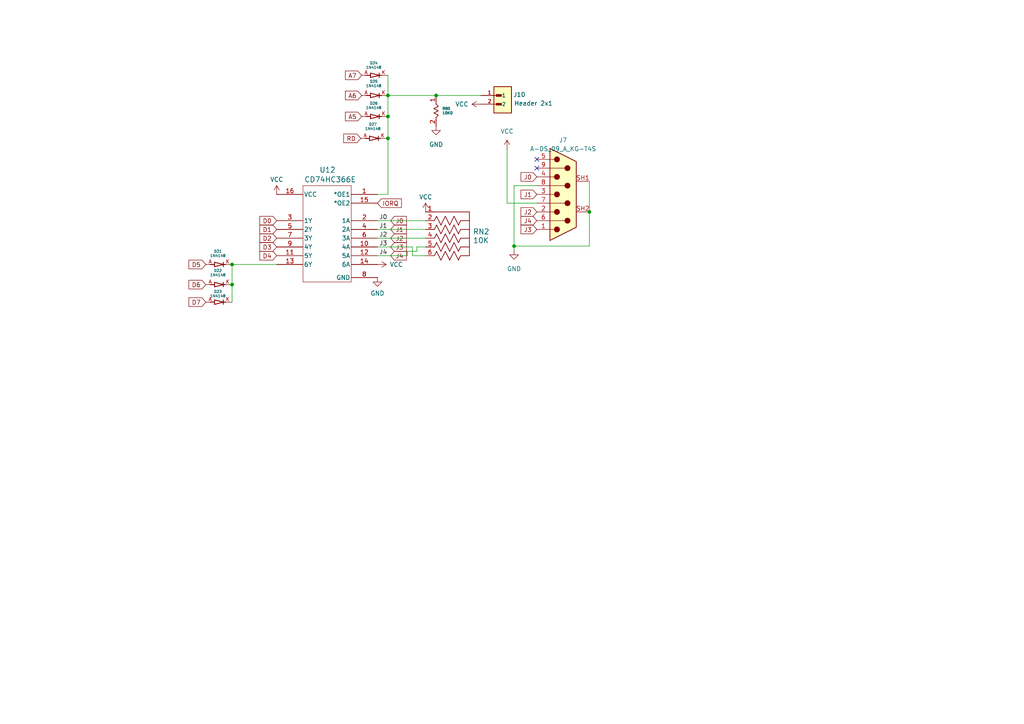
<source format=kicad_sch>
(kicad_sch
	(version 20250114)
	(generator "eeschema")
	(generator_version "9.0")
	(uuid "0efdfe6b-8e34-4b6a-b45e-5ee26560c61b")
	(paper "A4")
	(lib_symbols
		(symbol "Max128_Issue5:1N4148"
			(pin_names
				(offset 1.016)
			)
			(exclude_from_sim no)
			(in_bom yes)
			(on_board yes)
			(property "Reference" "D"
				(at -1.016 0.762 0)
				(effects
					(font
						(size 0.762 0.762)
					)
					(justify left bottom)
				)
			)
			(property "Value" "1N4148"
				(at -2.286 -2.032 0)
				(effects
					(font
						(size 0.762 0.762)
					)
					(justify left bottom)
				)
			)
			(property "Footprint" "Mod:DIOAD753W49L380D172B"
				(at 0.508 -0.762 0)
				(effects
					(font
						(size 0.762 0.762)
					)
					(justify bottom)
					(hide yes)
				)
			)
			(property "Datasheet" ""
				(at 0 0 0)
				(effects
					(font
						(size 1.27 1.27)
					)
					(hide yes)
				)
			)
			(property "Description" "Diode 1N4148"
				(at -0.254 0 0)
				(effects
					(font
						(size 0.762 0.762)
					)
					(hide yes)
				)
			)
			(symbol "1N4148_0_0"
				(polyline
					(pts
						(xy -2.54 0) (xy -1.27 0)
					)
					(stroke
						(width 0.254)
						(type default)
					)
					(fill
						(type none)
					)
				)
				(polyline
					(pts
						(xy -1.27 0.635) (xy -1.27 -0.635)
					)
					(stroke
						(width 0.254)
						(type default)
					)
					(fill
						(type none)
					)
				)
				(polyline
					(pts
						(xy -1.27 -0.635) (xy 1.27 0)
					)
					(stroke
						(width 0.254)
						(type default)
					)
					(fill
						(type none)
					)
				)
				(polyline
					(pts
						(xy 1.27 0.635) (xy 1.27 -0.635)
					)
					(stroke
						(width 0.254)
						(type default)
					)
					(fill
						(type none)
					)
				)
				(polyline
					(pts
						(xy 1.27 0) (xy -1.27 0.635)
					)
					(stroke
						(width 0.254)
						(type default)
					)
					(fill
						(type none)
					)
				)
				(polyline
					(pts
						(xy 1.27 0) (xy 1.905 0)
					)
					(stroke
						(width 0.254)
						(type default)
					)
					(fill
						(type none)
					)
				)
				(pin passive line
					(at -3.81 0 0)
					(length 2.54)
					(name "~"
						(effects
							(font
								(size 1.016 1.016)
							)
						)
					)
					(number "A"
						(effects
							(font
								(size 1.016 1.016)
							)
						)
					)
				)
				(pin passive line
					(at 3.81 0 180)
					(length 2.54)
					(name "~"
						(effects
							(font
								(size 1.016 1.016)
							)
						)
					)
					(number "K"
						(effects
							(font
								(size 1.016 1.016)
							)
						)
					)
				)
			)
			(embedded_fonts no)
		)
		(symbol "Max128_Issue5:4606X-101-103LF"
			(pin_names
				(offset 0.254)
			)
			(exclude_from_sim no)
			(in_bom yes)
			(on_board yes)
			(property "Reference" "R"
				(at 1.905 8.255 0)
				(effects
					(font
						(size 1.524 1.524)
					)
				)
			)
			(property "Value" "4606X-101-103LF"
				(at 1.905 5.08 0)
				(effects
					(font
						(size 1.524 1.524)
					)
				)
			)
			(property "Footprint" "BO_4606X"
				(at 0 0 0)
				(effects
					(font
						(size 1.27 1.27)
						(italic yes)
					)
					(hide yes)
				)
			)
			(property "Datasheet" "4606X-101-103LF"
				(at 0 0 0)
				(effects
					(font
						(size 1.27 1.27)
						(italic yes)
					)
					(hide yes)
				)
			)
			(property "Description" ""
				(at 0 0 0)
				(effects
					(font
						(size 1.27 1.27)
					)
					(hide yes)
				)
			)
			(property "ki_locked" ""
				(at 0 0 0)
				(effects
					(font
						(size 1.27 1.27)
					)
				)
			)
			(property "ki_keywords" "4606X-101-103LF"
				(at 0 0 0)
				(effects
					(font
						(size 1.27 1.27)
					)
					(hide yes)
				)
			)
			(property "ki_fp_filters" "BO_4606X"
				(at 0 0 0)
				(effects
					(font
						(size 1.27 1.27)
					)
					(hide yes)
				)
			)
			(symbol "4606X-101-103LF_0_1"
				(polyline
					(pts
						(xy 0 12.7) (xy 12.7 12.7)
					)
					(stroke
						(width 0.2032)
						(type default)
					)
					(fill
						(type none)
					)
				)
				(polyline
					(pts
						(xy 0 2.54) (xy 0 12.7)
					)
					(stroke
						(width 0.2032)
						(type default)
					)
					(fill
						(type none)
					)
				)
				(polyline
					(pts
						(xy 1.27 8.255) (xy 3.81 6.985)
					)
					(stroke
						(width 0.2032)
						(type default)
					)
					(fill
						(type none)
					)
				)
				(polyline
					(pts
						(xy 1.27 5.715) (xy 3.81 4.445)
					)
					(stroke
						(width 0.2032)
						(type default)
					)
					(fill
						(type none)
					)
				)
				(polyline
					(pts
						(xy 1.27 3.175) (xy 2.54 2.54)
					)
					(stroke
						(width 0.2032)
						(type default)
					)
					(fill
						(type none)
					)
				)
				(polyline
					(pts
						(xy 2.54 12.7) (xy 2.54 10.16)
					)
					(stroke
						(width 0.2032)
						(type default)
					)
					(fill
						(type none)
					)
				)
				(polyline
					(pts
						(xy 2.54 10.16) (xy 3.81 9.525)
					)
					(stroke
						(width 0.2032)
						(type default)
					)
					(fill
						(type none)
					)
				)
				(polyline
					(pts
						(xy 3.81 9.525) (xy 1.27 8.255)
					)
					(stroke
						(width 0.2032)
						(type default)
					)
					(fill
						(type none)
					)
				)
				(polyline
					(pts
						(xy 3.81 8.255) (xy 6.35 6.985)
					)
					(stroke
						(width 0.2032)
						(type default)
					)
					(fill
						(type none)
					)
				)
				(polyline
					(pts
						(xy 3.81 6.985) (xy 1.27 5.715)
					)
					(stroke
						(width 0.2032)
						(type default)
					)
					(fill
						(type none)
					)
				)
				(polyline
					(pts
						(xy 3.81 5.715) (xy 6.35 4.445)
					)
					(stroke
						(width 0.2032)
						(type default)
					)
					(fill
						(type none)
					)
				)
				(polyline
					(pts
						(xy 3.81 4.445) (xy 1.27 3.175)
					)
					(stroke
						(width 0.2032)
						(type default)
					)
					(fill
						(type none)
					)
				)
				(polyline
					(pts
						(xy 3.81 3.175) (xy 5.08 2.54)
					)
					(stroke
						(width 0.2032)
						(type default)
					)
					(fill
						(type none)
					)
				)
				(polyline
					(pts
						(xy 5.08 12.7) (xy 5.08 10.16)
					)
					(stroke
						(width 0.2032)
						(type default)
					)
					(fill
						(type none)
					)
				)
				(polyline
					(pts
						(xy 5.08 10.16) (xy 6.35 9.525)
					)
					(stroke
						(width 0.2032)
						(type default)
					)
					(fill
						(type none)
					)
				)
				(polyline
					(pts
						(xy 6.35 9.525) (xy 3.81 8.255)
					)
					(stroke
						(width 0.2032)
						(type default)
					)
					(fill
						(type none)
					)
				)
				(polyline
					(pts
						(xy 6.35 8.255) (xy 8.89 6.985)
					)
					(stroke
						(width 0.2032)
						(type default)
					)
					(fill
						(type none)
					)
				)
				(polyline
					(pts
						(xy 6.35 6.985) (xy 3.81 5.715)
					)
					(stroke
						(width 0.2032)
						(type default)
					)
					(fill
						(type none)
					)
				)
				(polyline
					(pts
						(xy 6.35 5.715) (xy 8.89 4.445)
					)
					(stroke
						(width 0.2032)
						(type default)
					)
					(fill
						(type none)
					)
				)
				(polyline
					(pts
						(xy 6.35 4.445) (xy 3.81 3.175)
					)
					(stroke
						(width 0.2032)
						(type default)
					)
					(fill
						(type none)
					)
				)
				(polyline
					(pts
						(xy 6.35 3.175) (xy 7.62 2.54)
					)
					(stroke
						(width 0.2032)
						(type default)
					)
					(fill
						(type none)
					)
				)
				(polyline
					(pts
						(xy 7.62 12.7) (xy 7.62 10.16)
					)
					(stroke
						(width 0.2032)
						(type default)
					)
					(fill
						(type none)
					)
				)
				(polyline
					(pts
						(xy 7.62 10.16) (xy 8.89 9.525)
					)
					(stroke
						(width 0.2032)
						(type default)
					)
					(fill
						(type none)
					)
				)
				(polyline
					(pts
						(xy 8.89 9.525) (xy 6.35 8.255)
					)
					(stroke
						(width 0.2032)
						(type default)
					)
					(fill
						(type none)
					)
				)
				(polyline
					(pts
						(xy 8.89 8.255) (xy 11.43 6.985)
					)
					(stroke
						(width 0.2032)
						(type default)
					)
					(fill
						(type none)
					)
				)
				(polyline
					(pts
						(xy 8.89 6.985) (xy 6.35 5.715)
					)
					(stroke
						(width 0.2032)
						(type default)
					)
					(fill
						(type none)
					)
				)
				(polyline
					(pts
						(xy 8.89 5.715) (xy 11.43 4.445)
					)
					(stroke
						(width 0.2032)
						(type default)
					)
					(fill
						(type none)
					)
				)
				(polyline
					(pts
						(xy 8.89 4.445) (xy 6.35 3.175)
					)
					(stroke
						(width 0.2032)
						(type default)
					)
					(fill
						(type none)
					)
				)
				(polyline
					(pts
						(xy 8.89 3.175) (xy 10.16 2.54)
					)
					(stroke
						(width 0.2032)
						(type default)
					)
					(fill
						(type none)
					)
				)
				(polyline
					(pts
						(xy 10.16 12.7) (xy 10.16 10.16)
					)
					(stroke
						(width 0.2032)
						(type default)
					)
					(fill
						(type none)
					)
				)
				(polyline
					(pts
						(xy 10.16 10.16) (xy 11.43 9.525)
					)
					(stroke
						(width 0.2032)
						(type default)
					)
					(fill
						(type none)
					)
				)
				(polyline
					(pts
						(xy 11.43 9.525) (xy 8.89 8.255)
					)
					(stroke
						(width 0.2032)
						(type default)
					)
					(fill
						(type none)
					)
				)
				(polyline
					(pts
						(xy 11.43 8.255) (xy 13.97 6.985)
					)
					(stroke
						(width 0.2032)
						(type default)
					)
					(fill
						(type none)
					)
				)
				(polyline
					(pts
						(xy 11.43 6.985) (xy 8.89 5.715)
					)
					(stroke
						(width 0.2032)
						(type default)
					)
					(fill
						(type none)
					)
				)
				(polyline
					(pts
						(xy 11.43 5.715) (xy 13.97 4.445)
					)
					(stroke
						(width 0.2032)
						(type default)
					)
					(fill
						(type none)
					)
				)
				(polyline
					(pts
						(xy 11.43 4.445) (xy 8.89 3.175)
					)
					(stroke
						(width 0.2032)
						(type default)
					)
					(fill
						(type none)
					)
				)
				(polyline
					(pts
						(xy 11.43 3.175) (xy 12.7 2.54)
					)
					(stroke
						(width 0.2032)
						(type default)
					)
					(fill
						(type none)
					)
				)
				(polyline
					(pts
						(xy 12.7 12.7) (xy 12.7 10.16)
					)
					(stroke
						(width 0.2032)
						(type default)
					)
					(fill
						(type none)
					)
				)
				(polyline
					(pts
						(xy 12.7 10.16) (xy 13.97 9.525)
					)
					(stroke
						(width 0.2032)
						(type default)
					)
					(fill
						(type none)
					)
				)
				(polyline
					(pts
						(xy 13.97 9.525) (xy 11.43 8.255)
					)
					(stroke
						(width 0.2032)
						(type default)
					)
					(fill
						(type none)
					)
				)
				(polyline
					(pts
						(xy 13.97 6.985) (xy 11.43 5.715)
					)
					(stroke
						(width 0.2032)
						(type default)
					)
					(fill
						(type none)
					)
				)
				(polyline
					(pts
						(xy 13.97 4.445) (xy 11.43 3.175)
					)
					(stroke
						(width 0.2032)
						(type default)
					)
					(fill
						(type none)
					)
				)
				(pin unspecified line
					(at 0 0 90)
					(length 2.54)
					(name ""
						(effects
							(font
								(size 1.27 1.27)
							)
						)
					)
					(number "1"
						(effects
							(font
								(size 1.27 1.27)
							)
						)
					)
				)
				(pin unspecified line
					(at 2.54 0 90)
					(length 2.54)
					(name ""
						(effects
							(font
								(size 1.27 1.27)
							)
						)
					)
					(number "2"
						(effects
							(font
								(size 1.27 1.27)
							)
						)
					)
				)
				(pin unspecified line
					(at 5.08 0 90)
					(length 2.54)
					(name ""
						(effects
							(font
								(size 1.27 1.27)
							)
						)
					)
					(number "3"
						(effects
							(font
								(size 1.27 1.27)
							)
						)
					)
				)
				(pin unspecified line
					(at 7.62 0 90)
					(length 2.54)
					(name ""
						(effects
							(font
								(size 1.27 1.27)
							)
						)
					)
					(number "4"
						(effects
							(font
								(size 1.27 1.27)
							)
						)
					)
				)
				(pin unspecified line
					(at 10.16 0 90)
					(length 2.54)
					(name ""
						(effects
							(font
								(size 1.27 1.27)
							)
						)
					)
					(number "5"
						(effects
							(font
								(size 1.27 1.27)
							)
						)
					)
				)
				(pin unspecified line
					(at 12.7 0 90)
					(length 2.54)
					(name ""
						(effects
							(font
								(size 1.27 1.27)
							)
						)
					)
					(number "6"
						(effects
							(font
								(size 1.27 1.27)
							)
						)
					)
				)
			)
			(embedded_fonts no)
		)
		(symbol "Max128_Issue5:A-DS_09_A_KG-T4S"
			(pin_names
				(offset 1.016)
				(hide yes)
			)
			(exclude_from_sim no)
			(in_bom yes)
			(on_board yes)
			(property "Reference" "J"
				(at 0 16.51 0)
				(effects
					(font
						(size 1.27 1.27)
					)
				)
			)
			(property "Value" "A-DS_09_A_KG-T4S"
				(at 0 14.605 0)
				(effects
					(font
						(size 1.27 1.27)
					)
				)
			)
			(property "Footprint" ""
				(at 0 0 0)
				(effects
					(font
						(size 1.27 1.27)
					)
					(hide yes)
				)
			)
			(property "Datasheet" "~"
				(at 0 0 0)
				(effects
					(font
						(size 1.27 1.27)
					)
					(hide yes)
				)
			)
			(property "Description" "9-pin D-SUB connector, pins (male), Mounting Hole"
				(at 0 0 0)
				(effects
					(font
						(size 1.27 1.27)
					)
					(hide yes)
				)
			)
			(property "ki_keywords" "DSUB DB9"
				(at 0 0 0)
				(effects
					(font
						(size 1.27 1.27)
					)
					(hide yes)
				)
			)
			(property "ki_fp_filters" "DSUB*Pins*"
				(at 0 0 0)
				(effects
					(font
						(size 1.27 1.27)
					)
					(hide yes)
				)
			)
			(symbol "A-DS_09_A_KG-T4S_0_1"
				(polyline
					(pts
						(xy -3.81 10.16) (xy -2.54 10.16)
					)
					(stroke
						(width 0)
						(type default)
					)
					(fill
						(type none)
					)
				)
				(polyline
					(pts
						(xy -3.81 7.62) (xy 0.508 7.62)
					)
					(stroke
						(width 0)
						(type default)
					)
					(fill
						(type none)
					)
				)
				(polyline
					(pts
						(xy -3.81 5.08) (xy -2.54 5.08)
					)
					(stroke
						(width 0)
						(type default)
					)
					(fill
						(type none)
					)
				)
				(polyline
					(pts
						(xy -3.81 2.54) (xy 0.508 2.54)
					)
					(stroke
						(width 0)
						(type default)
					)
					(fill
						(type none)
					)
				)
				(polyline
					(pts
						(xy -3.81 0) (xy -2.54 0)
					)
					(stroke
						(width 0)
						(type default)
					)
					(fill
						(type none)
					)
				)
				(polyline
					(pts
						(xy -3.81 -2.54) (xy 0.508 -2.54)
					)
					(stroke
						(width 0)
						(type default)
					)
					(fill
						(type none)
					)
				)
				(polyline
					(pts
						(xy -3.81 -5.08) (xy -2.54 -5.08)
					)
					(stroke
						(width 0)
						(type default)
					)
					(fill
						(type none)
					)
				)
				(polyline
					(pts
						(xy -3.81 -7.62) (xy 0.508 -7.62)
					)
					(stroke
						(width 0)
						(type default)
					)
					(fill
						(type none)
					)
				)
				(polyline
					(pts
						(xy -3.81 -10.16) (xy -2.54 -10.16)
					)
					(stroke
						(width 0)
						(type default)
					)
					(fill
						(type none)
					)
				)
				(polyline
					(pts
						(xy -3.81 -13.335) (xy -3.81 13.335) (xy 3.81 9.525) (xy 3.81 -9.525) (xy -3.81 -13.335)
					)
					(stroke
						(width 0.254)
						(type default)
					)
					(fill
						(type background)
					)
				)
				(circle
					(center -1.778 10.16)
					(radius 0.762)
					(stroke
						(width 0)
						(type default)
					)
					(fill
						(type outline)
					)
				)
				(circle
					(center -1.778 5.08)
					(radius 0.762)
					(stroke
						(width 0)
						(type default)
					)
					(fill
						(type outline)
					)
				)
				(circle
					(center -1.778 0)
					(radius 0.762)
					(stroke
						(width 0)
						(type default)
					)
					(fill
						(type outline)
					)
				)
				(circle
					(center -1.778 -5.08)
					(radius 0.762)
					(stroke
						(width 0)
						(type default)
					)
					(fill
						(type outline)
					)
				)
				(circle
					(center -1.778 -10.16)
					(radius 0.762)
					(stroke
						(width 0)
						(type default)
					)
					(fill
						(type outline)
					)
				)
				(circle
					(center 1.27 7.62)
					(radius 0.762)
					(stroke
						(width 0)
						(type default)
					)
					(fill
						(type outline)
					)
				)
				(circle
					(center 1.27 2.54)
					(radius 0.762)
					(stroke
						(width 0)
						(type default)
					)
					(fill
						(type outline)
					)
				)
				(circle
					(center 1.27 -2.54)
					(radius 0.762)
					(stroke
						(width 0)
						(type default)
					)
					(fill
						(type outline)
					)
				)
				(circle
					(center 1.27 -7.62)
					(radius 0.762)
					(stroke
						(width 0)
						(type default)
					)
					(fill
						(type outline)
					)
				)
			)
			(symbol "A-DS_09_A_KG-T4S_1_1"
				(pin passive line
					(at -7.62 10.16 0)
					(length 3.81)
					(name "5"
						(effects
							(font
								(size 1.27 1.27)
							)
						)
					)
					(number "5"
						(effects
							(font
								(size 1.27 1.27)
							)
						)
					)
				)
				(pin passive line
					(at -7.62 7.62 0)
					(length 3.81)
					(name "9"
						(effects
							(font
								(size 1.27 1.27)
							)
						)
					)
					(number "9"
						(effects
							(font
								(size 1.27 1.27)
							)
						)
					)
				)
				(pin passive line
					(at -7.62 5.08 0)
					(length 3.81)
					(name "4"
						(effects
							(font
								(size 1.27 1.27)
							)
						)
					)
					(number "4"
						(effects
							(font
								(size 1.27 1.27)
							)
						)
					)
				)
				(pin passive line
					(at -7.62 2.54 0)
					(length 3.81)
					(name "8"
						(effects
							(font
								(size 1.27 1.27)
							)
						)
					)
					(number "8"
						(effects
							(font
								(size 1.27 1.27)
							)
						)
					)
				)
				(pin passive line
					(at -7.62 0 0)
					(length 3.81)
					(name "3"
						(effects
							(font
								(size 1.27 1.27)
							)
						)
					)
					(number "3"
						(effects
							(font
								(size 1.27 1.27)
							)
						)
					)
				)
				(pin passive line
					(at -7.62 -2.54 0)
					(length 3.81)
					(name "7"
						(effects
							(font
								(size 1.27 1.27)
							)
						)
					)
					(number "7"
						(effects
							(font
								(size 1.27 1.27)
							)
						)
					)
				)
				(pin passive line
					(at -7.62 -5.08 0)
					(length 3.81)
					(name "2"
						(effects
							(font
								(size 1.27 1.27)
							)
						)
					)
					(number "2"
						(effects
							(font
								(size 1.27 1.27)
							)
						)
					)
				)
				(pin passive line
					(at -7.62 -7.62 0)
					(length 3.81)
					(name "6"
						(effects
							(font
								(size 1.27 1.27)
							)
						)
					)
					(number "6"
						(effects
							(font
								(size 1.27 1.27)
							)
						)
					)
				)
				(pin passive line
					(at -7.62 -10.16 0)
					(length 3.81)
					(name "1"
						(effects
							(font
								(size 1.27 1.27)
							)
						)
					)
					(number "1"
						(effects
							(font
								(size 1.27 1.27)
							)
						)
					)
				)
				(pin passive line
					(at 7.62 3.81 180)
					(length 3.81)
					(name "SH1"
						(effects
							(font
								(size 1.27 1.27)
							)
						)
					)
					(number "SH1"
						(effects
							(font
								(size 1.27 1.27)
							)
						)
					)
				)
				(pin passive line
					(at 7.62 -5.08 180)
					(length 3.81)
					(name "SH2"
						(effects
							(font
								(size 1.27 1.27)
							)
						)
					)
					(number "SH2"
						(effects
							(font
								(size 1.27 1.27)
							)
						)
					)
				)
			)
			(embedded_fonts no)
		)
		(symbol "Max128_Issue5:CD74HC366E"
			(pin_names
				(offset 0.254)
			)
			(exclude_from_sim no)
			(in_bom yes)
			(on_board yes)
			(property "Reference" "U"
				(at 20.32 10.16 0)
				(effects
					(font
						(size 1.524 1.524)
					)
				)
			)
			(property "Value" "CD74HC366E"
				(at 20.32 7.62 0)
				(effects
					(font
						(size 1.524 1.524)
					)
				)
			)
			(property "Footprint" "Mod:CD74HC366E"
				(at 0 0 0)
				(effects
					(font
						(size 1.27 1.27)
						(italic yes)
					)
					(hide yes)
				)
			)
			(property "Datasheet" ""
				(at 0 0 0)
				(effects
					(font
						(size 1.27 1.27)
					)
					(hide yes)
				)
			)
			(property "Description" "Hex Buffer Inverting Tri-State"
				(at 0 0 0)
				(effects
					(font
						(size 1.27 1.27)
					)
					(hide yes)
				)
			)
			(symbol "CD74HC366E_0_1"
				(polyline
					(pts
						(xy 7.62 5.08) (xy 7.62 -22.86)
					)
					(stroke
						(width 0.127)
						(type default)
					)
					(fill
						(type none)
					)
				)
				(polyline
					(pts
						(xy 7.62 -22.86) (xy 21.59 -22.86)
					)
					(stroke
						(width 0.127)
						(type default)
					)
					(fill
						(type none)
					)
				)
				(polyline
					(pts
						(xy 21.59 5.08) (xy 7.62 5.08)
					)
					(stroke
						(width 0.127)
						(type default)
					)
					(fill
						(type none)
					)
				)
				(polyline
					(pts
						(xy 21.59 -22.86) (xy 21.59 5.08)
					)
					(stroke
						(width 0.127)
						(type default)
					)
					(fill
						(type none)
					)
				)
				(pin unspecified line
					(at 0 2.54 0)
					(length 7.62)
					(name "VCC"
						(effects
							(font
								(size 1.27 1.27)
							)
						)
					)
					(number "16"
						(effects
							(font
								(size 1.27 1.27)
							)
						)
					)
				)
				(pin unspecified line
					(at 0 -5.08 0)
					(length 7.62)
					(name "1Y"
						(effects
							(font
								(size 1.27 1.27)
							)
						)
					)
					(number "3"
						(effects
							(font
								(size 1.27 1.27)
							)
						)
					)
				)
				(pin unspecified line
					(at 0 -7.62 0)
					(length 7.62)
					(name "2Y"
						(effects
							(font
								(size 1.27 1.27)
							)
						)
					)
					(number "5"
						(effects
							(font
								(size 1.27 1.27)
							)
						)
					)
				)
				(pin unspecified line
					(at 0 -10.16 0)
					(length 7.62)
					(name "3Y"
						(effects
							(font
								(size 1.27 1.27)
							)
						)
					)
					(number "7"
						(effects
							(font
								(size 1.27 1.27)
							)
						)
					)
				)
				(pin unspecified line
					(at 0 -12.7 0)
					(length 7.62)
					(name "4Y"
						(effects
							(font
								(size 1.27 1.27)
							)
						)
					)
					(number "9"
						(effects
							(font
								(size 1.27 1.27)
							)
						)
					)
				)
				(pin unspecified line
					(at 0 -15.24 0)
					(length 7.62)
					(name "5Y"
						(effects
							(font
								(size 1.27 1.27)
							)
						)
					)
					(number "11"
						(effects
							(font
								(size 1.27 1.27)
							)
						)
					)
				)
				(pin unspecified line
					(at 0 -17.78 0)
					(length 7.62)
					(name "6Y"
						(effects
							(font
								(size 1.27 1.27)
							)
						)
					)
					(number "13"
						(effects
							(font
								(size 1.27 1.27)
							)
						)
					)
				)
				(pin unspecified line
					(at 29.21 2.54 180)
					(length 7.62)
					(name "*OE1"
						(effects
							(font
								(size 1.27 1.27)
							)
						)
					)
					(number "1"
						(effects
							(font
								(size 1.27 1.27)
							)
						)
					)
				)
				(pin unspecified line
					(at 29.21 0 180)
					(length 7.62)
					(name "*OE2"
						(effects
							(font
								(size 1.27 1.27)
							)
						)
					)
					(number "15"
						(effects
							(font
								(size 1.27 1.27)
							)
						)
					)
				)
				(pin unspecified line
					(at 29.21 -5.08 180)
					(length 7.62)
					(name "1A"
						(effects
							(font
								(size 1.27 1.27)
							)
						)
					)
					(number "2"
						(effects
							(font
								(size 1.27 1.27)
							)
						)
					)
				)
				(pin unspecified line
					(at 29.21 -7.62 180)
					(length 7.62)
					(name "2A"
						(effects
							(font
								(size 1.27 1.27)
							)
						)
					)
					(number "4"
						(effects
							(font
								(size 1.27 1.27)
							)
						)
					)
				)
				(pin unspecified line
					(at 29.21 -10.16 180)
					(length 7.62)
					(name "3A"
						(effects
							(font
								(size 1.27 1.27)
							)
						)
					)
					(number "6"
						(effects
							(font
								(size 1.27 1.27)
							)
						)
					)
				)
				(pin unspecified line
					(at 29.21 -12.7 180)
					(length 7.62)
					(name "4A"
						(effects
							(font
								(size 1.27 1.27)
							)
						)
					)
					(number "10"
						(effects
							(font
								(size 1.27 1.27)
							)
						)
					)
				)
				(pin unspecified line
					(at 29.21 -15.24 180)
					(length 7.62)
					(name "5A"
						(effects
							(font
								(size 1.27 1.27)
							)
						)
					)
					(number "12"
						(effects
							(font
								(size 1.27 1.27)
							)
						)
					)
				)
				(pin unspecified line
					(at 29.21 -17.78 180)
					(length 7.62)
					(name "6A"
						(effects
							(font
								(size 1.27 1.27)
							)
						)
					)
					(number "14"
						(effects
							(font
								(size 1.27 1.27)
							)
						)
					)
				)
				(pin unspecified line
					(at 29.21 -21.59 180)
					(length 7.62)
					(name "GND"
						(effects
							(font
								(size 1.27 1.27)
							)
						)
					)
					(number "8"
						(effects
							(font
								(size 1.27 1.27)
							)
						)
					)
				)
			)
			(embedded_fonts no)
		)
		(symbol "Max128_Issue5:CF14JT10K0"
			(pin_names
				(offset 0.254)
			)
			(exclude_from_sim no)
			(in_bom yes)
			(on_board yes)
			(property "Reference" "R"
				(at 3.048 1.27 0)
				(effects
					(font
						(size 0.762 0.762)
					)
				)
			)
			(property "Value" "10K0"
				(at 6.858 1.27 0)
				(effects
					(font
						(size 0.762 0.762)
					)
				)
			)
			(property "Footprint" "Mod:STA_CF14_STP"
				(at 0 0 0)
				(effects
					(font
						(size 0.762 0.762)
						(italic yes)
					)
					(hide yes)
				)
			)
			(property "Datasheet" ""
				(at 0 0 0)
				(effects
					(font
						(size 1.27 1.27)
					)
					(hide yes)
				)
			)
			(property "Description" "Resistor 10K0"
				(at 0 0 0)
				(effects
					(font
						(size 0.762 0.762)
					)
					(hide yes)
				)
			)
			(symbol "CF14JT10K0_1_1"
				(polyline
					(pts
						(xy 3.81 0) (xy 4.445 0.635)
					)
					(stroke
						(width 0.2032)
						(type default)
					)
					(fill
						(type none)
					)
				)
				(polyline
					(pts
						(xy 4.445 0.635) (xy 5.08 -0.635)
					)
					(stroke
						(width 0.2032)
						(type default)
					)
					(fill
						(type none)
					)
				)
				(polyline
					(pts
						(xy 5.08 -0.635) (xy 5.715 0.635)
					)
					(stroke
						(width 0.2032)
						(type default)
					)
					(fill
						(type none)
					)
				)
				(polyline
					(pts
						(xy 5.715 0.635) (xy 6.35 -0.635)
					)
					(stroke
						(width 0.2032)
						(type default)
					)
					(fill
						(type none)
					)
				)
				(polyline
					(pts
						(xy 6.35 -0.635) (xy 6.985 0.635)
					)
					(stroke
						(width 0.2032)
						(type default)
					)
					(fill
						(type none)
					)
				)
				(polyline
					(pts
						(xy 6.985 0.635) (xy 7.62 0)
					)
					(stroke
						(width 0.2032)
						(type default)
					)
					(fill
						(type none)
					)
				)
				(pin unspecified line
					(at 1.27 0 0)
					(length 2.54)
					(name ""
						(effects
							(font
								(size 1.27 1.27)
							)
						)
					)
					(number "1"
						(effects
							(font
								(size 1.27 1.27)
							)
						)
					)
				)
				(pin unspecified line
					(at 10.16 0 180)
					(length 2.54)
					(name ""
						(effects
							(font
								(size 1.27 1.27)
							)
						)
					)
					(number "2"
						(effects
							(font
								(size 1.27 1.27)
							)
						)
					)
				)
			)
			(symbol "CF14JT10K0_1_2"
				(polyline
					(pts
						(xy -1.27 8.255) (xy 1.27 9.525)
					)
					(stroke
						(width 0.2032)
						(type default)
					)
					(fill
						(type none)
					)
				)
				(polyline
					(pts
						(xy -1.27 5.715) (xy 1.27 6.985)
					)
					(stroke
						(width 0.2032)
						(type default)
					)
					(fill
						(type none)
					)
				)
				(polyline
					(pts
						(xy -1.27 3.175) (xy 1.27 4.445)
					)
					(stroke
						(width 0.2032)
						(type default)
					)
					(fill
						(type none)
					)
				)
				(polyline
					(pts
						(xy 0 2.54) (xy -1.27 3.175)
					)
					(stroke
						(width 0.2032)
						(type default)
					)
					(fill
						(type none)
					)
				)
				(polyline
					(pts
						(xy 1.27 9.525) (xy 0 10.16)
					)
					(stroke
						(width 0.2032)
						(type default)
					)
					(fill
						(type none)
					)
				)
				(polyline
					(pts
						(xy 1.27 6.985) (xy -1.27 8.255)
					)
					(stroke
						(width 0.2032)
						(type default)
					)
					(fill
						(type none)
					)
				)
				(polyline
					(pts
						(xy 1.27 4.445) (xy -1.27 5.715)
					)
					(stroke
						(width 0.2032)
						(type default)
					)
					(fill
						(type none)
					)
				)
				(pin unspecified line
					(at 0 12.7 270)
					(length 2.54)
					(name ""
						(effects
							(font
								(size 1.27 1.27)
							)
						)
					)
					(number "1"
						(effects
							(font
								(size 1.27 1.27)
							)
						)
					)
				)
				(pin unspecified line
					(at 0 0 90)
					(length 2.54)
					(name ""
						(effects
							(font
								(size 1.27 1.27)
							)
						)
					)
					(number "2"
						(effects
							(font
								(size 1.27 1.27)
							)
						)
					)
				)
			)
			(embedded_fonts no)
		)
		(symbol "Max128_Issue5:M20-9990246"
			(pin_names
				(offset 1.016)
			)
			(exclude_from_sim no)
			(in_bom yes)
			(on_board yes)
			(property "Reference" "J"
				(at -2.032 5.588 0)
				(effects
					(font
						(size 1.27 1.27)
					)
					(justify left bottom)
				)
			)
			(property "Value" "Header 2x1"
				(at -6.858 -4.318 0)
				(effects
					(font
						(size 1.27 1.27)
					)
					(justify left bottom)
				)
			)
			(property "Footprint" "Mod:HARWIN_M20-9990246"
				(at 0 0 0)
				(effects
					(font
						(size 1.27 1.27)
					)
					(justify bottom)
					(hide yes)
				)
			)
			(property "Datasheet" ""
				(at 0 0 0)
				(effects
					(font
						(size 1.27 1.27)
					)
					(hide yes)
				)
			)
			(property "Description" "Header 2x1"
				(at 0 0 0)
				(effects
					(font
						(size 1.27 1.27)
					)
					(hide yes)
				)
			)
			(symbol "M20-9990246_0_0"
				(rectangle
					(start -3.81 5.08)
					(end 1.27 -2.54)
					(stroke
						(width 0.254)
						(type default)
					)
					(fill
						(type background)
					)
				)
				(rectangle
					(start -3.175 2.2225)
					(end -1.5875 2.8575)
					(stroke
						(width 0.1)
						(type default)
					)
					(fill
						(type outline)
					)
				)
				(rectangle
					(start -3.175 -0.3175)
					(end -1.5875 0.3175)
					(stroke
						(width 0.1)
						(type default)
					)
					(fill
						(type outline)
					)
				)
				(pin passive line
					(at -7.62 2.54 0)
					(length 5.08)
					(name "1"
						(effects
							(font
								(size 1.016 1.016)
							)
						)
					)
					(number "1"
						(effects
							(font
								(size 1.016 1.016)
							)
						)
					)
				)
				(pin passive line
					(at -7.62 0 0)
					(length 5.08)
					(name "2"
						(effects
							(font
								(size 1.016 1.016)
							)
						)
					)
					(number "2"
						(effects
							(font
								(size 1.016 1.016)
							)
						)
					)
				)
			)
			(embedded_fonts no)
		)
		(symbol "power:GND"
			(power)
			(pin_numbers
				(hide yes)
			)
			(pin_names
				(offset 0)
				(hide yes)
			)
			(exclude_from_sim no)
			(in_bom yes)
			(on_board yes)
			(property "Reference" "#PWR"
				(at 0 -6.35 0)
				(effects
					(font
						(size 1.27 1.27)
					)
					(hide yes)
				)
			)
			(property "Value" "GND"
				(at 0 -3.81 0)
				(effects
					(font
						(size 1.27 1.27)
					)
				)
			)
			(property "Footprint" ""
				(at 0 0 0)
				(effects
					(font
						(size 1.27 1.27)
					)
					(hide yes)
				)
			)
			(property "Datasheet" ""
				(at 0 0 0)
				(effects
					(font
						(size 1.27 1.27)
					)
					(hide yes)
				)
			)
			(property "Description" "Power symbol creates a global label with name \"GND\" , ground"
				(at 0 0 0)
				(effects
					(font
						(size 1.27 1.27)
					)
					(hide yes)
				)
			)
			(property "ki_keywords" "global power"
				(at 0 0 0)
				(effects
					(font
						(size 1.27 1.27)
					)
					(hide yes)
				)
			)
			(symbol "GND_0_1"
				(polyline
					(pts
						(xy 0 0) (xy 0 -1.27) (xy 1.27 -1.27) (xy 0 -2.54) (xy -1.27 -1.27) (xy 0 -1.27)
					)
					(stroke
						(width 0)
						(type default)
					)
					(fill
						(type none)
					)
				)
			)
			(symbol "GND_1_1"
				(pin power_in line
					(at 0 0 270)
					(length 0)
					(name "~"
						(effects
							(font
								(size 1.27 1.27)
							)
						)
					)
					(number "1"
						(effects
							(font
								(size 1.27 1.27)
							)
						)
					)
				)
			)
			(embedded_fonts no)
		)
		(symbol "power:VCC"
			(power)
			(pin_numbers
				(hide yes)
			)
			(pin_names
				(offset 0)
				(hide yes)
			)
			(exclude_from_sim no)
			(in_bom yes)
			(on_board yes)
			(property "Reference" "#PWR"
				(at 0 -3.81 0)
				(effects
					(font
						(size 1.27 1.27)
					)
					(hide yes)
				)
			)
			(property "Value" "VCC"
				(at 0 3.556 0)
				(effects
					(font
						(size 1.27 1.27)
					)
				)
			)
			(property "Footprint" ""
				(at 0 0 0)
				(effects
					(font
						(size 1.27 1.27)
					)
					(hide yes)
				)
			)
			(property "Datasheet" ""
				(at 0 0 0)
				(effects
					(font
						(size 1.27 1.27)
					)
					(hide yes)
				)
			)
			(property "Description" "Power symbol creates a global label with name \"VCC\""
				(at 0 0 0)
				(effects
					(font
						(size 1.27 1.27)
					)
					(hide yes)
				)
			)
			(property "ki_keywords" "global power"
				(at 0 0 0)
				(effects
					(font
						(size 1.27 1.27)
					)
					(hide yes)
				)
			)
			(symbol "VCC_0_1"
				(polyline
					(pts
						(xy -0.762 1.27) (xy 0 2.54)
					)
					(stroke
						(width 0)
						(type default)
					)
					(fill
						(type none)
					)
				)
				(polyline
					(pts
						(xy 0 2.54) (xy 0.762 1.27)
					)
					(stroke
						(width 0)
						(type default)
					)
					(fill
						(type none)
					)
				)
				(polyline
					(pts
						(xy 0 0) (xy 0 2.54)
					)
					(stroke
						(width 0)
						(type default)
					)
					(fill
						(type none)
					)
				)
			)
			(symbol "VCC_1_1"
				(pin power_in line
					(at 0 0 90)
					(length 0)
					(name "~"
						(effects
							(font
								(size 1.27 1.27)
							)
						)
					)
					(number "1"
						(effects
							(font
								(size 1.27 1.27)
							)
						)
					)
				)
			)
			(embedded_fonts no)
		)
	)
	(junction
		(at 126.492 27.686)
		(diameter 0)
		(color 0 0 0 0)
		(uuid "20d7c7f9-eef7-4dc3-b0a1-51ee582387cf")
	)
	(junction
		(at 67.31 76.708)
		(diameter 0)
		(color 0 0 0 0)
		(uuid "51973b02-b065-4a49-af96-91c306e98b31")
	)
	(junction
		(at 112.522 40.132)
		(diameter 0)
		(color 0 0 0 0)
		(uuid "8ee63d82-6f4b-444f-8043-738380bdac89")
	)
	(junction
		(at 67.31 82.55)
		(diameter 0)
		(color 0 0 0 0)
		(uuid "94deaf32-3088-446d-9bcf-1f291a82ebbb")
	)
	(junction
		(at 112.522 27.686)
		(diameter 0)
		(color 0 0 0 0)
		(uuid "caa5dbcc-c425-4f85-a538-a42ef46b869c")
	)
	(junction
		(at 112.522 33.782)
		(diameter 0)
		(color 0 0 0 0)
		(uuid "d120eced-9b01-4bff-9aad-ae4155a6649b")
	)
	(junction
		(at 149.098 71.374)
		(diameter 0)
		(color 0 0 0 0)
		(uuid "d3bde2ab-11ca-4f02-a78f-02019c51f664")
	)
	(junction
		(at 170.942 61.468)
		(diameter 0)
		(color 0 0 0 0)
		(uuid "e72024dc-f392-4d19-a930-85aeb19cb142")
	)
	(no_connect
		(at 155.702 48.768)
		(uuid "0d5003ec-ff4f-45c6-a89d-e4d7d89da5cf")
	)
	(no_connect
		(at 155.702 46.228)
		(uuid "8f0db604-c7d9-4f5c-89e0-9f938211991c")
	)
	(wire
		(pts
			(xy 123.444 71.628) (xy 120.904 71.628)
		)
		(stroke
			(width 0)
			(type default)
		)
		(uuid "000f3f2e-a4b1-4e22-919b-5ea93bff21bd")
	)
	(wire
		(pts
			(xy 149.098 53.848) (xy 149.098 71.374)
		)
		(stroke
			(width 0)
			(type default)
		)
		(uuid "082fce77-1778-4378-a1e0-1932389fa7ff")
	)
	(wire
		(pts
			(xy 112.522 33.782) (xy 112.522 27.686)
		)
		(stroke
			(width 0)
			(type default)
		)
		(uuid "0b86f8cd-e560-463a-b27d-9496bdbd82a1")
	)
	(wire
		(pts
			(xy 67.31 76.708) (xy 80.264 76.708)
		)
		(stroke
			(width 0)
			(type default)
		)
		(uuid "0ebd31dd-5a8e-4445-a5c3-a7c0da680148")
	)
	(wire
		(pts
			(xy 120.904 72.898) (xy 118.11 72.898)
		)
		(stroke
			(width 0)
			(type default)
		)
		(uuid "1c24f6e4-9255-4599-a4ad-0df38dc83602")
	)
	(wire
		(pts
			(xy 109.474 56.388) (xy 112.522 56.388)
		)
		(stroke
			(width 0)
			(type default)
		)
		(uuid "1de1d2be-63a3-4962-9b7a-05a61d08e5ff")
	)
	(wire
		(pts
			(xy 109.474 64.008) (xy 123.444 64.008)
		)
		(stroke
			(width 0)
			(type default)
		)
		(uuid "2c48ac8c-806d-4689-9018-73be6a326632")
	)
	(wire
		(pts
			(xy 147.066 58.928) (xy 155.702 58.928)
		)
		(stroke
			(width 0)
			(type default)
		)
		(uuid "547eb626-b542-4502-ac7f-e67ededfebba")
	)
	(wire
		(pts
			(xy 155.702 53.848) (xy 149.098 53.848)
		)
		(stroke
			(width 0)
			(type default)
		)
		(uuid "63a5b5ef-2bde-40dc-95cd-8acf4969692a")
	)
	(wire
		(pts
			(xy 119.634 71.628) (xy 119.634 74.168)
		)
		(stroke
			(width 0)
			(type default)
		)
		(uuid "6440eca5-0cca-47af-845a-e23dfacb4487")
	)
	(wire
		(pts
			(xy 112.522 21.844) (xy 112.522 27.686)
		)
		(stroke
			(width 0)
			(type default)
		)
		(uuid "7080c470-15e3-45eb-8019-bfb0f44bec99")
	)
	(wire
		(pts
			(xy 126.492 27.686) (xy 139.446 27.686)
		)
		(stroke
			(width 0)
			(type default)
		)
		(uuid "728541c4-be5b-438a-851a-a6b5debb565b")
	)
	(wire
		(pts
			(xy 118.11 72.898) (xy 118.11 74.168)
		)
		(stroke
			(width 0)
			(type default)
		)
		(uuid "74f6d331-ce5b-4eff-9064-41fed783b744")
	)
	(wire
		(pts
			(xy 112.522 27.686) (xy 126.492 27.686)
		)
		(stroke
			(width 0)
			(type default)
		)
		(uuid "8fd790df-6ca3-4732-a479-2ba085ffb28a")
	)
	(wire
		(pts
			(xy 112.522 33.782) (xy 112.522 40.132)
		)
		(stroke
			(width 0)
			(type default)
		)
		(uuid "96b26577-3af0-4e8f-85d8-c5e0adeaffcf")
	)
	(wire
		(pts
			(xy 67.31 82.55) (xy 67.31 87.63)
		)
		(stroke
			(width 0)
			(type default)
		)
		(uuid "9ad66357-8831-4d26-a8db-c70ac48352af")
	)
	(wire
		(pts
			(xy 112.522 56.388) (xy 112.522 40.132)
		)
		(stroke
			(width 0)
			(type default)
		)
		(uuid "a3bb2b64-db23-4a6d-9b63-5bd2b2148100")
	)
	(wire
		(pts
			(xy 170.942 52.578) (xy 170.942 61.468)
		)
		(stroke
			(width 0)
			(type default)
		)
		(uuid "ae97377b-2de6-4e27-96b3-2f8b72235443")
	)
	(wire
		(pts
			(xy 118.11 74.168) (xy 109.474 74.168)
		)
		(stroke
			(width 0)
			(type default)
		)
		(uuid "b253d7f3-e41e-48f8-b7de-6d7d8c5063be")
	)
	(wire
		(pts
			(xy 112.522 40.132) (xy 112.268 40.132)
		)
		(stroke
			(width 0)
			(type default)
		)
		(uuid "b6578818-1e64-4cc2-ae2e-94e0ba7a32d9")
	)
	(wire
		(pts
			(xy 109.474 69.088) (xy 123.444 69.088)
		)
		(stroke
			(width 0)
			(type default)
		)
		(uuid "bd728979-5d55-4fb4-998f-7a42ab410f51")
	)
	(wire
		(pts
			(xy 119.634 74.168) (xy 123.444 74.168)
		)
		(stroke
			(width 0)
			(type default)
		)
		(uuid "c83f8ab5-d7f2-4106-a4e5-e1738ecf4a16")
	)
	(wire
		(pts
			(xy 170.942 71.374) (xy 149.098 71.374)
		)
		(stroke
			(width 0)
			(type default)
		)
		(uuid "cc39916e-0a24-441e-bb18-4300d27a6511")
	)
	(wire
		(pts
			(xy 170.942 61.468) (xy 170.942 71.374)
		)
		(stroke
			(width 0)
			(type default)
		)
		(uuid "d838145a-c069-4645-ad1e-1a1bfbd2fc99")
	)
	(wire
		(pts
			(xy 67.31 76.708) (xy 67.31 82.55)
		)
		(stroke
			(width 0)
			(type default)
		)
		(uuid "dbc2b99e-3a6d-49a8-a362-3d1829c4da0b")
	)
	(wire
		(pts
			(xy 109.474 66.548) (xy 123.444 66.548)
		)
		(stroke
			(width 0)
			(type default)
		)
		(uuid "ddf50e90-af10-4334-ba08-c8c6a2720852")
	)
	(wire
		(pts
			(xy 147.066 43.18) (xy 147.066 58.928)
		)
		(stroke
			(width 0)
			(type default)
		)
		(uuid "de134f11-0f34-4e5b-94f2-0d6dcc2357dd")
	)
	(wire
		(pts
			(xy 120.904 71.628) (xy 120.904 72.898)
		)
		(stroke
			(width 0)
			(type default)
		)
		(uuid "f78a36a3-d4d8-4180-b5a0-688aad8dc90a")
	)
	(wire
		(pts
			(xy 149.098 71.374) (xy 149.098 72.644)
		)
		(stroke
			(width 0)
			(type default)
		)
		(uuid "f884774d-6d15-4b30-940f-f67952df441c")
	)
	(wire
		(pts
			(xy 109.474 71.628) (xy 119.634 71.628)
		)
		(stroke
			(width 0)
			(type default)
		)
		(uuid "faf10f0a-56ee-4491-b87c-95e4c3e41d99")
	)
	(label "J4"
		(at 109.982 74.168 0)
		(effects
			(font
				(size 1.27 1.27)
			)
			(justify left bottom)
		)
		(uuid "0f98ed8a-9ecd-4595-943c-aa2f7aa88e76")
	)
	(label "J2"
		(at 109.982 69.088 0)
		(effects
			(font
				(size 1.27 1.27)
			)
			(justify left bottom)
		)
		(uuid "607f146e-947f-4ace-adec-e84d4eb3c731")
	)
	(label "J1"
		(at 109.982 66.548 0)
		(effects
			(font
				(size 1.27 1.27)
			)
			(justify left bottom)
		)
		(uuid "65b753cf-5c52-46cb-8325-866556a57f28")
	)
	(label "J3"
		(at 109.982 71.628 0)
		(effects
			(font
				(size 1.27 1.27)
			)
			(justify left bottom)
		)
		(uuid "90470c49-c0ed-4683-a08c-82f6a2515758")
	)
	(label "J0"
		(at 109.982 64.008 0)
		(effects
			(font
				(size 1.27 1.27)
			)
			(justify left bottom)
		)
		(uuid "c1662e4d-be6c-4d50-883b-b5b822a051fe")
	)
	(global_label "J4"
		(shape input)
		(at 113.284 74.168 0)
		(fields_autoplaced yes)
		(effects
			(font
				(size 1.27 1.27)
			)
			(justify left)
		)
		(uuid "12aa7ac0-bd83-4310-94af-82e267569e12")
		(property "Intersheetrefs" "${INTERSHEET_REFS}"
			(at 118.4463 74.168 0)
			(effects
				(font
					(size 1.27 1.27)
				)
				(justify left)
				(hide yes)
			)
		)
	)
	(global_label "J0"
		(shape input)
		(at 155.702 51.308 180)
		(fields_autoplaced yes)
		(effects
			(font
				(size 1.27 1.27)
			)
			(justify right)
		)
		(uuid "23af66f8-ab45-46a0-bb52-e0c14dfa5af8")
		(property "Intersheetrefs" "${INTERSHEET_REFS}"
			(at 150.5397 51.308 0)
			(effects
				(font
					(size 1.27 1.27)
				)
				(justify right)
				(hide yes)
			)
		)
	)
	(global_label "A6"
		(shape input)
		(at 104.902 27.686 180)
		(fields_autoplaced yes)
		(effects
			(font
				(size 1.27 1.27)
			)
			(justify right)
		)
		(uuid "265630c3-ef57-41b0-bb1c-90fc01658e2d")
		(property "Intersheetrefs" "${INTERSHEET_REFS}"
			(at 99.6187 27.686 0)
			(effects
				(font
					(size 1.27 1.27)
				)
				(justify right)
				(hide yes)
			)
		)
	)
	(global_label "J0"
		(shape input)
		(at 113.284 64.008 0)
		(fields_autoplaced yes)
		(effects
			(font
				(size 1.27 1.27)
			)
			(justify left)
		)
		(uuid "35bb6c94-9232-46aa-8b2c-da48ddb41b5b")
		(property "Intersheetrefs" "${INTERSHEET_REFS}"
			(at 118.4463 64.008 0)
			(effects
				(font
					(size 1.27 1.27)
				)
				(justify left)
				(hide yes)
			)
		)
	)
	(global_label "J2"
		(shape input)
		(at 113.284 69.088 0)
		(fields_autoplaced yes)
		(effects
			(font
				(size 1.27 1.27)
			)
			(justify left)
		)
		(uuid "3cc87c11-e06d-41c6-8e68-64a830f7d283")
		(property "Intersheetrefs" "${INTERSHEET_REFS}"
			(at 118.4463 69.088 0)
			(effects
				(font
					(size 1.27 1.27)
				)
				(justify left)
				(hide yes)
			)
		)
	)
	(global_label "J1"
		(shape input)
		(at 113.284 66.548 0)
		(fields_autoplaced yes)
		(effects
			(font
				(size 1.27 1.27)
			)
			(justify left)
		)
		(uuid "4a364196-4a88-472b-992a-caed57322434")
		(property "Intersheetrefs" "${INTERSHEET_REFS}"
			(at 118.4463 66.548 0)
			(effects
				(font
					(size 1.27 1.27)
				)
				(justify left)
				(hide yes)
			)
		)
	)
	(global_label "D3"
		(shape input)
		(at 80.264 71.628 180)
		(fields_autoplaced yes)
		(effects
			(font
				(size 1.27 1.27)
			)
			(justify right)
		)
		(uuid "5418f23c-0333-4064-8f10-da2dfe47700a")
		(property "Intersheetrefs" "${INTERSHEET_REFS}"
			(at 74.7993 71.628 0)
			(effects
				(font
					(size 1.27 1.27)
				)
				(justify right)
				(hide yes)
			)
		)
	)
	(global_label "J3"
		(shape input)
		(at 155.702 66.548 180)
		(fields_autoplaced yes)
		(effects
			(font
				(size 1.27 1.27)
			)
			(justify right)
		)
		(uuid "78bab6e4-53f0-4f03-8910-727abb7a5591")
		(property "Intersheetrefs" "${INTERSHEET_REFS}"
			(at 150.5397 66.548 0)
			(effects
				(font
					(size 1.27 1.27)
				)
				(justify right)
				(hide yes)
			)
		)
	)
	(global_label "D6"
		(shape input)
		(at 59.69 82.55 180)
		(fields_autoplaced yes)
		(effects
			(font
				(size 1.27 1.27)
			)
			(justify right)
		)
		(uuid "80a9c139-bcf9-49b8-bf4b-f8004d0a234e")
		(property "Intersheetrefs" "${INTERSHEET_REFS}"
			(at 54.2253 82.55 0)
			(effects
				(font
					(size 1.27 1.27)
				)
				(justify right)
				(hide yes)
			)
		)
	)
	(global_label "D5"
		(shape input)
		(at 59.69 76.708 180)
		(fields_autoplaced yes)
		(effects
			(font
				(size 1.27 1.27)
			)
			(justify right)
		)
		(uuid "881cbbde-5251-4fce-b083-c74954ef2f7b")
		(property "Intersheetrefs" "${INTERSHEET_REFS}"
			(at 54.2253 76.708 0)
			(effects
				(font
					(size 1.27 1.27)
				)
				(justify right)
				(hide yes)
			)
		)
	)
	(global_label "D7"
		(shape input)
		(at 59.69 87.63 180)
		(fields_autoplaced yes)
		(effects
			(font
				(size 1.27 1.27)
			)
			(justify right)
		)
		(uuid "898a98c0-339f-49bd-a9ec-412a0a1a2af2")
		(property "Intersheetrefs" "${INTERSHEET_REFS}"
			(at 54.2253 87.63 0)
			(effects
				(font
					(size 1.27 1.27)
				)
				(justify right)
				(hide yes)
			)
		)
	)
	(global_label "D2"
		(shape input)
		(at 80.264 69.088 180)
		(fields_autoplaced yes)
		(effects
			(font
				(size 1.27 1.27)
			)
			(justify right)
		)
		(uuid "9506ba22-b82b-4a67-87c1-c647784d21a0")
		(property "Intersheetrefs" "${INTERSHEET_REFS}"
			(at 74.7993 69.088 0)
			(effects
				(font
					(size 1.27 1.27)
				)
				(justify right)
				(hide yes)
			)
		)
	)
	(global_label "IORQ"
		(shape input)
		(at 109.474 58.928 0)
		(fields_autoplaced yes)
		(effects
			(font
				(size 1.27 1.27)
			)
			(justify left)
		)
		(uuid "9b289941-5a49-4798-95f1-0cf3735d0a40")
		(property "Intersheetrefs" "${INTERSHEET_REFS}"
			(at 116.995 58.928 0)
			(effects
				(font
					(size 1.27 1.27)
				)
				(justify left)
				(hide yes)
			)
		)
	)
	(global_label "D0"
		(shape input)
		(at 80.264 64.008 180)
		(fields_autoplaced yes)
		(effects
			(font
				(size 1.27 1.27)
			)
			(justify right)
		)
		(uuid "b590ff94-a3c5-41de-a758-f579e5f4e1ad")
		(property "Intersheetrefs" "${INTERSHEET_REFS}"
			(at 74.7993 64.008 0)
			(effects
				(font
					(size 1.27 1.27)
				)
				(justify right)
				(hide yes)
			)
		)
	)
	(global_label "J3"
		(shape input)
		(at 113.284 71.628 0)
		(fields_autoplaced yes)
		(effects
			(font
				(size 1.27 1.27)
			)
			(justify left)
		)
		(uuid "bedda34e-9f89-4bd3-9fd3-4a196be015cf")
		(property "Intersheetrefs" "${INTERSHEET_REFS}"
			(at 118.4463 71.628 0)
			(effects
				(font
					(size 1.27 1.27)
				)
				(justify left)
				(hide yes)
			)
		)
	)
	(global_label "D4"
		(shape input)
		(at 80.264 74.168 180)
		(fields_autoplaced yes)
		(effects
			(font
				(size 1.27 1.27)
			)
			(justify right)
		)
		(uuid "cc7eed8a-521b-48cc-b0e6-1cb7180e230b")
		(property "Intersheetrefs" "${INTERSHEET_REFS}"
			(at 74.7993 74.168 0)
			(effects
				(font
					(size 1.27 1.27)
				)
				(justify right)
				(hide yes)
			)
		)
	)
	(global_label "A7"
		(shape input)
		(at 104.902 21.844 180)
		(fields_autoplaced yes)
		(effects
			(font
				(size 1.27 1.27)
			)
			(justify right)
		)
		(uuid "cfd83214-d01d-4e5e-9ab0-3667a9b1a86f")
		(property "Intersheetrefs" "${INTERSHEET_REFS}"
			(at 99.6187 21.844 0)
			(effects
				(font
					(size 1.27 1.27)
				)
				(justify right)
				(hide yes)
			)
		)
	)
	(global_label "A5"
		(shape input)
		(at 104.902 33.782 180)
		(fields_autoplaced yes)
		(effects
			(font
				(size 1.27 1.27)
			)
			(justify right)
		)
		(uuid "d731752e-0012-425a-830e-e02c4632ad84")
		(property "Intersheetrefs" "${INTERSHEET_REFS}"
			(at 99.6187 33.782 0)
			(effects
				(font
					(size 1.27 1.27)
				)
				(justify right)
				(hide yes)
			)
		)
	)
	(global_label "RD"
		(shape input)
		(at 104.648 40.132 180)
		(fields_autoplaced yes)
		(effects
			(font
				(size 1.27 1.27)
			)
			(justify right)
		)
		(uuid "db46f097-81ba-4e71-96bd-42e5cc9200cd")
		(property "Intersheetrefs" "${INTERSHEET_REFS}"
			(at 99.1228 40.132 0)
			(effects
				(font
					(size 1.27 1.27)
				)
				(justify right)
				(hide yes)
			)
		)
	)
	(global_label "J1"
		(shape input)
		(at 155.702 56.388 180)
		(fields_autoplaced yes)
		(effects
			(font
				(size 1.27 1.27)
			)
			(justify right)
		)
		(uuid "dd341dbc-2bda-4ce2-b30c-68677a50755f")
		(property "Intersheetrefs" "${INTERSHEET_REFS}"
			(at 150.5397 56.388 0)
			(effects
				(font
					(size 1.27 1.27)
				)
				(justify right)
				(hide yes)
			)
		)
	)
	(global_label "J2"
		(shape input)
		(at 155.702 61.468 180)
		(fields_autoplaced yes)
		(effects
			(font
				(size 1.27 1.27)
			)
			(justify right)
		)
		(uuid "e0b9dc96-dbeb-42d8-b050-ce93f7dd5cf1")
		(property "Intersheetrefs" "${INTERSHEET_REFS}"
			(at 150.5397 61.468 0)
			(effects
				(font
					(size 1.27 1.27)
				)
				(justify right)
				(hide yes)
			)
		)
	)
	(global_label "J4"
		(shape input)
		(at 155.702 64.008 180)
		(fields_autoplaced yes)
		(effects
			(font
				(size 1.27 1.27)
			)
			(justify right)
		)
		(uuid "e57da21e-9ffb-41b0-bdf7-0715c186bc14")
		(property "Intersheetrefs" "${INTERSHEET_REFS}"
			(at 150.5397 64.008 0)
			(effects
				(font
					(size 1.27 1.27)
				)
				(justify right)
				(hide yes)
			)
		)
	)
	(global_label "D1"
		(shape input)
		(at 80.264 66.548 180)
		(fields_autoplaced yes)
		(effects
			(font
				(size 1.27 1.27)
			)
			(justify right)
		)
		(uuid "f273dbb6-65b8-430f-909b-6914b2d03107")
		(property "Intersheetrefs" "${INTERSHEET_REFS}"
			(at 74.7993 66.548 0)
			(effects
				(font
					(size 1.27 1.27)
				)
				(justify right)
				(hide yes)
			)
		)
	)
	(symbol
		(lib_id "Max128_Issue5:1N4148")
		(at 108.712 21.844 0)
		(unit 1)
		(exclude_from_sim no)
		(in_bom yes)
		(on_board yes)
		(dnp no)
		(fields_autoplaced yes)
		(uuid "099e25bd-e6d3-4846-bf9d-07621d8f8b79")
		(property "Reference" "D24"
			(at 108.3945 18.288 0)
			(effects
				(font
					(size 0.762 0.762)
				)
			)
		)
		(property "Value" "1N4148"
			(at 108.3945 19.558 0)
			(effects
				(font
					(size 0.762 0.762)
				)
			)
		)
		(property "Footprint" "Mod:DIOAD753W49L380D172B"
			(at 109.22 22.606 0)
			(effects
				(font
					(size 0.762 0.762)
				)
				(justify bottom)
				(hide yes)
			)
		)
		(property "Datasheet" ""
			(at 108.712 21.844 0)
			(effects
				(font
					(size 1.27 1.27)
				)
				(hide yes)
			)
		)
		(property "Description" "Diode 1N4148"
			(at 108.458 21.844 0)
			(effects
				(font
					(size 0.762 0.762)
				)
				(hide yes)
			)
		)
		(property "PARTREV" "5"
			(at 108.712 21.844 0)
			(effects
				(font
					(size 1.27 1.27)
				)
				(justify bottom)
				(hide yes)
			)
		)
		(property "MANUFACTURER" "Onsemi"
			(at 108.712 21.844 0)
			(effects
				(font
					(size 1.27 1.27)
				)
				(justify bottom)
				(hide yes)
			)
		)
		(property "MAXIMUM_PACKAGE_HEIGHT" "1.91mm"
			(at 108.712 21.844 0)
			(effects
				(font
					(size 1.27 1.27)
				)
				(justify bottom)
				(hide yes)
			)
		)
		(property "STANDARD" "IPC-7351B"
			(at 108.712 21.844 0)
			(effects
				(font
					(size 1.27 1.27)
				)
				(justify bottom)
				(hide yes)
			)
		)
		(pin "A"
			(uuid "7817644b-e67f-47d4-ac6e-09ebbe221fcb")
		)
		(pin "K"
			(uuid "4ae0e509-7193-436f-a7e2-a1d15c160e2a")
		)
		(instances
			(project "ZX Max 128 Issue 5 PCB"
				(path "/146308b4-769b-4acb-acdb-ba3d983fa25f/0d14a507-e53e-49b0-a4f5-b27cab7689ce"
					(reference "D24")
					(unit 1)
				)
			)
		)
	)
	(symbol
		(lib_id "Max128_Issue5:M20-9990246")
		(at 147.066 30.226 0)
		(unit 1)
		(exclude_from_sim no)
		(in_bom yes)
		(on_board yes)
		(dnp no)
		(uuid "0f9d4458-4a0d-4eba-90c7-599e3b95acc0")
		(property "Reference" "J10"
			(at 148.844 27.432 0)
			(effects
				(font
					(size 1.27 1.27)
				)
				(justify left)
			)
		)
		(property "Value" "Header 2x1"
			(at 149.098 29.972 0)
			(effects
				(font
					(size 1.27 1.27)
				)
				(justify left)
			)
		)
		(property "Footprint" "Mod:HARWIN_M20-9990246"
			(at 147.066 30.226 0)
			(effects
				(font
					(size 1.27 1.27)
				)
				(justify bottom)
				(hide yes)
			)
		)
		(property "Datasheet" ""
			(at 147.066 30.226 0)
			(effects
				(font
					(size 1.27 1.27)
				)
				(hide yes)
			)
		)
		(property "Description" "Header 2x1"
			(at 147.066 30.226 0)
			(effects
				(font
					(size 1.27 1.27)
				)
				(hide yes)
			)
		)
		(property "PARTREV" "14"
			(at 147.066 30.226 0)
			(effects
				(font
					(size 1.27 1.27)
				)
				(justify bottom)
				(hide yes)
			)
		)
		(property "STANDARD" "Manufacturer Recommendations"
			(at 147.066 30.226 0)
			(effects
				(font
					(size 1.27 1.27)
				)
				(justify bottom)
				(hide yes)
			)
		)
		(property "MAXIMUM_PACKAGE_HEIGHT" "9.64mm"
			(at 147.066 30.226 0)
			(effects
				(font
					(size 1.27 1.27)
				)
				(justify bottom)
				(hide yes)
			)
		)
		(property "MANUFACTURER" "Harwin"
			(at 147.066 30.226 0)
			(effects
				(font
					(size 1.27 1.27)
				)
				(justify bottom)
				(hide yes)
			)
		)
		(pin "1"
			(uuid "0f22e385-7d6d-4f63-904d-b3252f94ad33")
		)
		(pin "2"
			(uuid "fe5e0be8-89f9-44a5-8962-cb970715f499")
		)
		(instances
			(project "ZX Max 128 Issue 5 PCB"
				(path "/146308b4-769b-4acb-acdb-ba3d983fa25f/0d14a507-e53e-49b0-a4f5-b27cab7689ce"
					(reference "J10")
					(unit 1)
				)
			)
		)
	)
	(symbol
		(lib_id "Max128_Issue5:A-DS_09_A_KG-T4S")
		(at 163.322 56.388 0)
		(unit 1)
		(exclude_from_sim no)
		(in_bom yes)
		(on_board yes)
		(dnp no)
		(fields_autoplaced yes)
		(uuid "16a0de6e-5ec7-4336-9154-13806ffa028c")
		(property "Reference" "J7"
			(at 163.322 40.64 0)
			(effects
				(font
					(size 1.27 1.27)
				)
			)
		)
		(property "Value" "A-DS_09_A_KG-T4S"
			(at 163.322 43.18 0)
			(effects
				(font
					(size 1.27 1.27)
				)
			)
		)
		(property "Footprint" "Mod:ASSMANN_A-DS_09_A_KG-T4S"
			(at 163.322 56.388 0)
			(effects
				(font
					(size 1.27 1.27)
				)
				(justify bottom)
				(hide yes)
			)
		)
		(property "Datasheet" "~"
			(at 163.322 56.388 0)
			(effects
				(font
					(size 1.27 1.27)
				)
				(hide yes)
			)
		)
		(property "Description" "9-pin D-SUB connector, pins (male), Mounting Hole"
			(at 163.322 56.388 0)
			(effects
				(font
					(size 1.27 1.27)
				)
				(hide yes)
			)
		)
		(property "PARTREV" "10"
			(at 163.322 56.388 0)
			(effects
				(font
					(size 1.27 1.27)
				)
				(justify bottom)
				(hide yes)
			)
		)
		(property "STANDARD" "Manufacturer Recommendations"
			(at 163.322 56.388 0)
			(effects
				(font
					(size 1.27 1.27)
				)
				(justify bottom)
				(hide yes)
			)
		)
		(property "SNAPEDA_PN" "A-DS 09 A/KG-T4S"
			(at 163.322 56.388 0)
			(effects
				(font
					(size 1.27 1.27)
				)
				(justify bottom)
				(hide yes)
			)
		)
		(property "MAXIMUM_PACKAGE_HEIGHT" "12.8mm"
			(at 163.322 56.388 0)
			(effects
				(font
					(size 1.27 1.27)
				)
				(justify bottom)
				(hide yes)
			)
		)
		(property "MANUFACTURER" "ASSMANN WSW Components"
			(at 163.322 56.388 0)
			(effects
				(font
					(size 1.27 1.27)
				)
				(justify bottom)
				(hide yes)
			)
		)
		(pin "5"
			(uuid "c6f8959d-0738-4e57-a441-5e9bd9559904")
		)
		(pin "1"
			(uuid "8cebf024-b3e4-4343-bf48-c13338174a93")
		)
		(pin "2"
			(uuid "bdfb849c-a95a-4f1c-b6f0-6ed3ab6962c1")
		)
		(pin "3"
			(uuid "2012e207-a761-4a69-a5c3-fb83fcd893fa")
		)
		(pin "4"
			(uuid "3eb16a3f-f1d1-4d64-a6ac-3927942f41f6")
		)
		(pin "7"
			(uuid "d9304198-1bcc-4c06-8fa5-8358001a116b")
		)
		(pin "6"
			(uuid "8ada59e4-5adf-48ff-8b27-031f80096a0b")
		)
		(pin "8"
			(uuid "ebc3f6d2-32f0-47c1-9092-29a828279aad")
		)
		(pin "9"
			(uuid "bc89f51e-ba60-444d-a42d-d485c946540c")
		)
		(pin "SH1"
			(uuid "e8a3b6fc-bd87-4a72-8427-cd1d4c2325ff")
		)
		(pin "SH2"
			(uuid "21b967b2-1d26-4740-a7a3-9435be6b584e")
		)
		(instances
			(project "ZX Max 128 Issue 5 PCB"
				(path "/146308b4-769b-4acb-acdb-ba3d983fa25f/0d14a507-e53e-49b0-a4f5-b27cab7689ce"
					(reference "J7")
					(unit 1)
				)
			)
		)
	)
	(symbol
		(lib_id "Max128_Issue5:CD74HC366E")
		(at 80.264 58.928 0)
		(unit 1)
		(exclude_from_sim no)
		(in_bom yes)
		(on_board yes)
		(dnp no)
		(uuid "2cb73276-1857-45e4-828a-00f1635e42a3")
		(property "Reference" "U12"
			(at 94.996 49.276 0)
			(effects
				(font
					(size 1.524 1.524)
				)
			)
		)
		(property "Value" "CD74HC366E"
			(at 95.758 52.07 0)
			(effects
				(font
					(size 1.524 1.524)
				)
			)
		)
		(property "Footprint" "Mod:CD74HC366E"
			(at 80.264 58.928 0)
			(effects
				(font
					(size 1.27 1.27)
					(italic yes)
				)
				(hide yes)
			)
		)
		(property "Datasheet" "https://www.ti.com/lit/gpn/cd74hc366"
			(at 80.264 58.928 0)
			(effects
				(font
					(size 1.27 1.27)
					(italic yes)
				)
				(hide yes)
			)
		)
		(property "Description" "Hex Buffer Inverting Tri-State"
			(at 80.264 58.928 0)
			(effects
				(font
					(size 1.27 1.27)
				)
				(hide yes)
			)
		)
		(pin "6"
			(uuid "7621c43c-e2c5-4fe3-aa5a-8a9c3e5c2134")
		)
		(pin "11"
			(uuid "0c286c93-d314-46f6-8591-5d9bcdb82848")
		)
		(pin "9"
			(uuid "fbf27e95-73d8-4771-a163-571bd2f8a1ec")
		)
		(pin "10"
			(uuid "a6361685-8c76-41de-b693-767eb10b37f9")
		)
		(pin "8"
			(uuid "883c00f9-345b-45be-b520-6716906c022b")
		)
		(pin "15"
			(uuid "31da0317-920c-4aaf-98ee-88ccd44415cf")
		)
		(pin "13"
			(uuid "ce264dc3-b478-4551-a28a-b1fd3fd9f77d")
		)
		(pin "16"
			(uuid "92b0d51b-63c4-4f17-bf00-27b5cb441113")
		)
		(pin "2"
			(uuid "56ab9518-bac6-458b-aa6d-3672d974df79")
		)
		(pin "3"
			(uuid "9ae294db-1155-4528-be68-86a86fc993a4")
		)
		(pin "14"
			(uuid "481a353f-4112-43fa-99a7-e11252c798f1")
		)
		(pin "1"
			(uuid "aceac425-1091-42d6-b4a9-ad4ae852e057")
		)
		(pin "4"
			(uuid "0b89f17d-4c35-42c3-8553-6006befa1e59")
		)
		(pin "5"
			(uuid "219b4003-10d7-4fae-846a-20aff8ab13d1")
		)
		(pin "7"
			(uuid "6c7fbdf7-4f92-43da-8584-ddad9b4ad847")
		)
		(pin "12"
			(uuid "4fdf92a5-2399-4418-857b-a173653036f8")
		)
		(instances
			(project ""
				(path "/146308b4-769b-4acb-acdb-ba3d983fa25f/0d14a507-e53e-49b0-a4f5-b27cab7689ce"
					(reference "U12")
					(unit 1)
				)
			)
		)
	)
	(symbol
		(lib_id "power:VCC")
		(at 139.446 30.226 90)
		(unit 1)
		(exclude_from_sim no)
		(in_bom yes)
		(on_board yes)
		(dnp no)
		(fields_autoplaced yes)
		(uuid "37538b6f-ff9a-4ef7-9746-b848a73c7143")
		(property "Reference" "#PWR044"
			(at 143.256 30.226 0)
			(effects
				(font
					(size 1.27 1.27)
				)
				(hide yes)
			)
		)
		(property "Value" "VCC"
			(at 135.89 30.2259 90)
			(effects
				(font
					(size 1.27 1.27)
				)
				(justify left)
			)
		)
		(property "Footprint" ""
			(at 139.446 30.226 0)
			(effects
				(font
					(size 1.27 1.27)
				)
				(hide yes)
			)
		)
		(property "Datasheet" ""
			(at 139.446 30.226 0)
			(effects
				(font
					(size 1.27 1.27)
				)
				(hide yes)
			)
		)
		(property "Description" "Power symbol creates a global label with name \"VCC\""
			(at 139.446 30.226 0)
			(effects
				(font
					(size 1.27 1.27)
				)
				(hide yes)
			)
		)
		(pin "1"
			(uuid "fad0639d-54fa-44c3-942a-f1eae7c436eb")
		)
		(instances
			(project ""
				(path "/146308b4-769b-4acb-acdb-ba3d983fa25f/0d14a507-e53e-49b0-a4f5-b27cab7689ce"
					(reference "#PWR044")
					(unit 1)
				)
			)
		)
	)
	(symbol
		(lib_id "Max128_Issue5:CF14JT10K0")
		(at 126.492 26.416 270)
		(unit 1)
		(exclude_from_sim no)
		(in_bom yes)
		(on_board yes)
		(dnp no)
		(fields_autoplaced yes)
		(uuid "4461c313-362a-46a7-96e0-29a366859660")
		(property "Reference" "R80"
			(at 128.27 31.496 90)
			(effects
				(font
					(size 0.762 0.762)
				)
				(justify left)
			)
		)
		(property "Value" "10K0"
			(at 128.27 32.766 90)
			(effects
				(font
					(size 0.762 0.762)
				)
				(justify left)
			)
		)
		(property "Footprint" "Mod:STA_CF14_STP"
			(at 126.492 26.416 0)
			(effects
				(font
					(size 0.762 0.762)
					(italic yes)
				)
				(hide yes)
			)
		)
		(property "Datasheet" "CF14JT10K0"
			(at 126.492 26.416 0)
			(effects
				(font
					(size 1.27 1.27)
				)
				(hide yes)
			)
		)
		(property "Description" "Resistor 10K0"
			(at 126.492 26.416 0)
			(effects
				(font
					(size 0.762 0.762)
				)
				(hide yes)
			)
		)
		(pin "2"
			(uuid "d6f52587-a51c-426e-bede-2685bafbf986")
		)
		(pin "1"
			(uuid "ab6e9dbc-8341-4449-8738-9ebf0784e60e")
		)
		(instances
			(project "ZX Max 128 Issue 5 PCB"
				(path "/146308b4-769b-4acb-acdb-ba3d983fa25f/0d14a507-e53e-49b0-a4f5-b27cab7689ce"
					(reference "R80")
					(unit 1)
				)
			)
		)
	)
	(symbol
		(lib_id "power:VCC")
		(at 109.474 76.708 270)
		(unit 1)
		(exclude_from_sim no)
		(in_bom yes)
		(on_board yes)
		(dnp no)
		(fields_autoplaced yes)
		(uuid "5f0ab70f-62dd-40f6-94a0-6b4389ab9705")
		(property "Reference" "#PWR046"
			(at 105.664 76.708 0)
			(effects
				(font
					(size 1.27 1.27)
				)
				(hide yes)
			)
		)
		(property "Value" "VCC"
			(at 113.03 76.7079 90)
			(effects
				(font
					(size 1.27 1.27)
				)
				(justify left)
			)
		)
		(property "Footprint" ""
			(at 109.474 76.708 0)
			(effects
				(font
					(size 1.27 1.27)
				)
				(hide yes)
			)
		)
		(property "Datasheet" ""
			(at 109.474 76.708 0)
			(effects
				(font
					(size 1.27 1.27)
				)
				(hide yes)
			)
		)
		(property "Description" "Power symbol creates a global label with name \"VCC\""
			(at 109.474 76.708 0)
			(effects
				(font
					(size 1.27 1.27)
				)
				(hide yes)
			)
		)
		(pin "1"
			(uuid "ad1bb8ca-ed44-4342-8060-9b13103ebb40")
		)
		(instances
			(project ""
				(path "/146308b4-769b-4acb-acdb-ba3d983fa25f/0d14a507-e53e-49b0-a4f5-b27cab7689ce"
					(reference "#PWR046")
					(unit 1)
				)
			)
		)
	)
	(symbol
		(lib_id "Max128_Issue5:1N4148")
		(at 108.712 27.686 0)
		(unit 1)
		(exclude_from_sim no)
		(in_bom yes)
		(on_board yes)
		(dnp no)
		(fields_autoplaced yes)
		(uuid "722058e7-70ae-4ff7-aa96-4a7f08ba7972")
		(property "Reference" "D25"
			(at 108.3945 23.622 0)
			(effects
				(font
					(size 0.762 0.762)
				)
			)
		)
		(property "Value" "1N4148"
			(at 108.3945 24.892 0)
			(effects
				(font
					(size 0.762 0.762)
				)
			)
		)
		(property "Footprint" "Mod:DIOAD753W49L380D172B"
			(at 109.22 28.448 0)
			(effects
				(font
					(size 0.762 0.762)
				)
				(justify bottom)
				(hide yes)
			)
		)
		(property "Datasheet" ""
			(at 108.712 27.686 0)
			(effects
				(font
					(size 1.27 1.27)
				)
				(hide yes)
			)
		)
		(property "Description" "Diode 1N4148"
			(at 108.458 27.686 0)
			(effects
				(font
					(size 0.762 0.762)
				)
				(hide yes)
			)
		)
		(property "PARTREV" "5"
			(at 108.712 27.686 0)
			(effects
				(font
					(size 1.27 1.27)
				)
				(justify bottom)
				(hide yes)
			)
		)
		(property "MANUFACTURER" "Onsemi"
			(at 108.712 27.686 0)
			(effects
				(font
					(size 1.27 1.27)
				)
				(justify bottom)
				(hide yes)
			)
		)
		(property "MAXIMUM_PACKAGE_HEIGHT" "1.91mm"
			(at 108.712 27.686 0)
			(effects
				(font
					(size 1.27 1.27)
				)
				(justify bottom)
				(hide yes)
			)
		)
		(property "STANDARD" "IPC-7351B"
			(at 108.712 27.686 0)
			(effects
				(font
					(size 1.27 1.27)
				)
				(justify bottom)
				(hide yes)
			)
		)
		(pin "A"
			(uuid "8ac921af-d6d6-4eec-9455-37c65899395a")
		)
		(pin "K"
			(uuid "949a8362-438c-4e48-95ed-6cdcacec0d5d")
		)
		(instances
			(project "ZX Max 128 Issue 5 PCB"
				(path "/146308b4-769b-4acb-acdb-ba3d983fa25f/0d14a507-e53e-49b0-a4f5-b27cab7689ce"
					(reference "D25")
					(unit 1)
				)
			)
		)
	)
	(symbol
		(lib_id "power:GND")
		(at 126.492 36.576 0)
		(unit 1)
		(exclude_from_sim no)
		(in_bom yes)
		(on_board yes)
		(dnp no)
		(fields_autoplaced yes)
		(uuid "78031a63-1010-47ad-b530-08769054e05c")
		(property "Reference" "#PWR045"
			(at 126.492 42.926 0)
			(effects
				(font
					(size 1.27 1.27)
				)
				(hide yes)
			)
		)
		(property "Value" "GND"
			(at 126.492 41.91 0)
			(effects
				(font
					(size 1.27 1.27)
				)
			)
		)
		(property "Footprint" ""
			(at 126.492 36.576 0)
			(effects
				(font
					(size 1.27 1.27)
				)
				(hide yes)
			)
		)
		(property "Datasheet" ""
			(at 126.492 36.576 0)
			(effects
				(font
					(size 1.27 1.27)
				)
				(hide yes)
			)
		)
		(property "Description" "Power symbol creates a global label with name \"GND\" , ground"
			(at 126.492 36.576 0)
			(effects
				(font
					(size 1.27 1.27)
				)
				(hide yes)
			)
		)
		(pin "1"
			(uuid "b3a9aa11-fc58-42bd-b022-fd5ef5cee089")
		)
		(instances
			(project ""
				(path "/146308b4-769b-4acb-acdb-ba3d983fa25f/0d14a507-e53e-49b0-a4f5-b27cab7689ce"
					(reference "#PWR045")
					(unit 1)
				)
			)
		)
	)
	(symbol
		(lib_id "Max128_Issue5:1N4148")
		(at 108.458 40.132 0)
		(unit 1)
		(exclude_from_sim no)
		(in_bom yes)
		(on_board yes)
		(dnp no)
		(fields_autoplaced yes)
		(uuid "99fe1a04-b3b5-442d-99d4-e0458b7c9d14")
		(property "Reference" "D27"
			(at 108.1405 36.068 0)
			(effects
				(font
					(size 0.762 0.762)
				)
			)
		)
		(property "Value" "1N4148"
			(at 108.1405 37.338 0)
			(effects
				(font
					(size 0.762 0.762)
				)
			)
		)
		(property "Footprint" "Mod:DIOAD753W49L380D172B"
			(at 108.966 40.894 0)
			(effects
				(font
					(size 0.762 0.762)
				)
				(justify bottom)
				(hide yes)
			)
		)
		(property "Datasheet" ""
			(at 108.458 40.132 0)
			(effects
				(font
					(size 1.27 1.27)
				)
				(hide yes)
			)
		)
		(property "Description" "Diode 1N4148"
			(at 108.204 40.132 0)
			(effects
				(font
					(size 0.762 0.762)
				)
				(hide yes)
			)
		)
		(property "PARTREV" "5"
			(at 108.458 40.132 0)
			(effects
				(font
					(size 1.27 1.27)
				)
				(justify bottom)
				(hide yes)
			)
		)
		(property "MANUFACTURER" "Onsemi"
			(at 108.458 40.132 0)
			(effects
				(font
					(size 1.27 1.27)
				)
				(justify bottom)
				(hide yes)
			)
		)
		(property "MAXIMUM_PACKAGE_HEIGHT" "1.91mm"
			(at 108.458 40.132 0)
			(effects
				(font
					(size 1.27 1.27)
				)
				(justify bottom)
				(hide yes)
			)
		)
		(property "STANDARD" "IPC-7351B"
			(at 108.458 40.132 0)
			(effects
				(font
					(size 1.27 1.27)
				)
				(justify bottom)
				(hide yes)
			)
		)
		(pin "A"
			(uuid "d672df81-ed3b-4560-aadc-2fe43bcc35f2")
		)
		(pin "K"
			(uuid "6b4ece81-d2bd-4095-a057-e35d0bc74c65")
		)
		(instances
			(project "ZX Max 128 Issue 5 PCB"
				(path "/146308b4-769b-4acb-acdb-ba3d983fa25f/0d14a507-e53e-49b0-a4f5-b27cab7689ce"
					(reference "D27")
					(unit 1)
				)
			)
		)
	)
	(symbol
		(lib_id "power:GND")
		(at 109.474 80.518 0)
		(unit 1)
		(exclude_from_sim no)
		(in_bom yes)
		(on_board yes)
		(dnp no)
		(fields_autoplaced yes)
		(uuid "9aa286d5-eb3e-4e20-add3-b19e16822ceb")
		(property "Reference" "#PWR047"
			(at 109.474 86.868 0)
			(effects
				(font
					(size 1.27 1.27)
				)
				(hide yes)
			)
		)
		(property "Value" "GND"
			(at 109.474 85.09 0)
			(effects
				(font
					(size 1.27 1.27)
				)
			)
		)
		(property "Footprint" ""
			(at 109.474 80.518 0)
			(effects
				(font
					(size 1.27 1.27)
				)
				(hide yes)
			)
		)
		(property "Datasheet" ""
			(at 109.474 80.518 0)
			(effects
				(font
					(size 1.27 1.27)
				)
				(hide yes)
			)
		)
		(property "Description" "Power symbol creates a global label with name \"GND\" , ground"
			(at 109.474 80.518 0)
			(effects
				(font
					(size 1.27 1.27)
				)
				(hide yes)
			)
		)
		(pin "1"
			(uuid "ebd00fd9-6f14-4c88-a9af-ea8b149c9e6f")
		)
		(instances
			(project ""
				(path "/146308b4-769b-4acb-acdb-ba3d983fa25f/0d14a507-e53e-49b0-a4f5-b27cab7689ce"
					(reference "#PWR047")
					(unit 1)
				)
			)
		)
	)
	(symbol
		(lib_id "power:GND")
		(at 149.098 72.644 0)
		(unit 1)
		(exclude_from_sim no)
		(in_bom yes)
		(on_board yes)
		(dnp no)
		(fields_autoplaced yes)
		(uuid "cd061970-9b5e-46d9-ab7a-8da19278e729")
		(property "Reference" "#PWR043"
			(at 149.098 78.994 0)
			(effects
				(font
					(size 1.27 1.27)
				)
				(hide yes)
			)
		)
		(property "Value" "GND"
			(at 149.098 77.978 0)
			(effects
				(font
					(size 1.27 1.27)
				)
			)
		)
		(property "Footprint" ""
			(at 149.098 72.644 0)
			(effects
				(font
					(size 1.27 1.27)
				)
				(hide yes)
			)
		)
		(property "Datasheet" ""
			(at 149.098 72.644 0)
			(effects
				(font
					(size 1.27 1.27)
				)
				(hide yes)
			)
		)
		(property "Description" "Power symbol creates a global label with name \"GND\" , ground"
			(at 149.098 72.644 0)
			(effects
				(font
					(size 1.27 1.27)
				)
				(hide yes)
			)
		)
		(pin "1"
			(uuid "357d0faa-3065-4102-a90e-c3f3c51e6c2c")
		)
		(instances
			(project ""
				(path "/146308b4-769b-4acb-acdb-ba3d983fa25f/0d14a507-e53e-49b0-a4f5-b27cab7689ce"
					(reference "#PWR043")
					(unit 1)
				)
			)
		)
	)
	(symbol
		(lib_id "Max128_Issue5:4606X-101-103LF")
		(at 123.444 61.468 270)
		(unit 1)
		(exclude_from_sim no)
		(in_bom yes)
		(on_board yes)
		(dnp no)
		(fields_autoplaced yes)
		(uuid "ceffc881-e035-49fd-be64-7185d6db2bed")
		(property "Reference" "RN2"
			(at 137.16 67.1829 90)
			(effects
				(font
					(size 1.524 1.524)
				)
				(justify left)
			)
		)
		(property "Value" "10K"
			(at 137.16 69.7229 90)
			(effects
				(font
					(size 1.524 1.524)
				)
				(justify left)
			)
		)
		(property "Footprint" "Mod:4606X-101-103LF"
			(at 123.444 61.468 0)
			(effects
				(font
					(size 1.27 1.27)
					(italic yes)
				)
				(hide yes)
			)
		)
		(property "Datasheet" "4606X-101-103LF"
			(at 123.444 61.468 0)
			(effects
				(font
					(size 1.27 1.27)
					(italic yes)
				)
				(hide yes)
			)
		)
		(property "Description" ""
			(at 123.444 61.468 0)
			(effects
				(font
					(size 1.27 1.27)
				)
				(hide yes)
			)
		)
		(pin "1"
			(uuid "ab9508f5-deb0-440b-b9ca-1124eb869fe0")
		)
		(pin "3"
			(uuid "f49acf68-ba85-45e0-8049-00ffbe1f7908")
		)
		(pin "6"
			(uuid "0c8b21e0-b53c-44fc-b6cb-bf86de2867e0")
		)
		(pin "2"
			(uuid "be967230-803a-4206-a788-4631059dda94")
		)
		(pin "4"
			(uuid "1653930d-b83b-4a05-ab9a-10f30933be24")
		)
		(pin "5"
			(uuid "fc996df3-0473-419d-ad8d-b803680f72d6")
		)
		(instances
			(project ""
				(path "/146308b4-769b-4acb-acdb-ba3d983fa25f/0d14a507-e53e-49b0-a4f5-b27cab7689ce"
					(reference "RN2")
					(unit 1)
				)
			)
		)
	)
	(symbol
		(lib_id "power:VCC")
		(at 147.066 43.18 0)
		(unit 1)
		(exclude_from_sim no)
		(in_bom yes)
		(on_board yes)
		(dnp no)
		(fields_autoplaced yes)
		(uuid "d11dc5a7-7bbd-490b-9696-0a08c7ce8642")
		(property "Reference" "#PWR042"
			(at 147.066 46.99 0)
			(effects
				(font
					(size 1.27 1.27)
				)
				(hide yes)
			)
		)
		(property "Value" "VCC"
			(at 147.066 38.1 0)
			(effects
				(font
					(size 1.27 1.27)
				)
			)
		)
		(property "Footprint" ""
			(at 147.066 43.18 0)
			(effects
				(font
					(size 1.27 1.27)
				)
				(hide yes)
			)
		)
		(property "Datasheet" ""
			(at 147.066 43.18 0)
			(effects
				(font
					(size 1.27 1.27)
				)
				(hide yes)
			)
		)
		(property "Description" "Power symbol creates a global label with name \"VCC\""
			(at 147.066 43.18 0)
			(effects
				(font
					(size 1.27 1.27)
				)
				(hide yes)
			)
		)
		(pin "1"
			(uuid "c993033c-5b74-4394-a4a8-25bac4fc4a0f")
		)
		(instances
			(project ""
				(path "/146308b4-769b-4acb-acdb-ba3d983fa25f/0d14a507-e53e-49b0-a4f5-b27cab7689ce"
					(reference "#PWR042")
					(unit 1)
				)
			)
		)
	)
	(symbol
		(lib_id "Max128_Issue5:1N4148")
		(at 63.5 87.63 0)
		(unit 1)
		(exclude_from_sim no)
		(in_bom yes)
		(on_board yes)
		(dnp no)
		(fields_autoplaced yes)
		(uuid "d9819ebf-032e-4e5a-af1c-cb2bf92752f0")
		(property "Reference" "D23"
			(at 63.1825 84.582 0)
			(effects
				(font
					(size 0.762 0.762)
				)
			)
		)
		(property "Value" "1N4148"
			(at 63.1825 85.852 0)
			(effects
				(font
					(size 0.762 0.762)
				)
			)
		)
		(property "Footprint" "Mod:DIOAD753W49L380D172B"
			(at 64.008 88.392 0)
			(effects
				(font
					(size 0.762 0.762)
				)
				(justify bottom)
				(hide yes)
			)
		)
		(property "Datasheet" ""
			(at 63.5 87.63 0)
			(effects
				(font
					(size 1.27 1.27)
				)
				(hide yes)
			)
		)
		(property "Description" "Diode 1N4148"
			(at 63.246 87.63 0)
			(effects
				(font
					(size 0.762 0.762)
				)
				(hide yes)
			)
		)
		(property "PARTREV" "5"
			(at 63.5 87.63 0)
			(effects
				(font
					(size 1.27 1.27)
				)
				(justify bottom)
				(hide yes)
			)
		)
		(property "MANUFACTURER" "Onsemi"
			(at 63.5 87.63 0)
			(effects
				(font
					(size 1.27 1.27)
				)
				(justify bottom)
				(hide yes)
			)
		)
		(property "MAXIMUM_PACKAGE_HEIGHT" "1.91mm"
			(at 63.5 87.63 0)
			(effects
				(font
					(size 1.27 1.27)
				)
				(justify bottom)
				(hide yes)
			)
		)
		(property "STANDARD" "IPC-7351B"
			(at 63.5 87.63 0)
			(effects
				(font
					(size 1.27 1.27)
				)
				(justify bottom)
				(hide yes)
			)
		)
		(pin "A"
			(uuid "cce8d855-4aa0-4904-8828-76fedbd58665")
		)
		(pin "K"
			(uuid "32f7bd72-e7ce-45ba-82b2-20bf9b4511d7")
		)
		(instances
			(project "ZX Max 128 Issue 5 PCB"
				(path "/146308b4-769b-4acb-acdb-ba3d983fa25f/0d14a507-e53e-49b0-a4f5-b27cab7689ce"
					(reference "D23")
					(unit 1)
				)
			)
		)
	)
	(symbol
		(lib_id "Max128_Issue5:1N4148")
		(at 108.712 33.782 0)
		(unit 1)
		(exclude_from_sim no)
		(in_bom yes)
		(on_board yes)
		(dnp no)
		(fields_autoplaced yes)
		(uuid "e1f383b4-fc4a-4f55-aee9-bb56cd508b31")
		(property "Reference" "D26"
			(at 108.3945 29.972 0)
			(effects
				(font
					(size 0.762 0.762)
				)
			)
		)
		(property "Value" "1N4148"
			(at 108.3945 31.242 0)
			(effects
				(font
					(size 0.762 0.762)
				)
			)
		)
		(property "Footprint" "Mod:DIOAD753W49L380D172B"
			(at 109.22 34.544 0)
			(effects
				(font
					(size 0.762 0.762)
				)
				(justify bottom)
				(hide yes)
			)
		)
		(property "Datasheet" ""
			(at 108.712 33.782 0)
			(effects
				(font
					(size 1.27 1.27)
				)
				(hide yes)
			)
		)
		(property "Description" "Diode 1N4148"
			(at 108.458 33.782 0)
			(effects
				(font
					(size 0.762 0.762)
				)
				(hide yes)
			)
		)
		(property "PARTREV" "5"
			(at 108.712 33.782 0)
			(effects
				(font
					(size 1.27 1.27)
				)
				(justify bottom)
				(hide yes)
			)
		)
		(property "MANUFACTURER" "Onsemi"
			(at 108.712 33.782 0)
			(effects
				(font
					(size 1.27 1.27)
				)
				(justify bottom)
				(hide yes)
			)
		)
		(property "MAXIMUM_PACKAGE_HEIGHT" "1.91mm"
			(at 108.712 33.782 0)
			(effects
				(font
					(size 1.27 1.27)
				)
				(justify bottom)
				(hide yes)
			)
		)
		(property "STANDARD" "IPC-7351B"
			(at 108.712 33.782 0)
			(effects
				(font
					(size 1.27 1.27)
				)
				(justify bottom)
				(hide yes)
			)
		)
		(pin "A"
			(uuid "dfd00d9c-6862-451b-b322-97eecdba0030")
		)
		(pin "K"
			(uuid "68542a92-3421-4ed9-a139-96581269947f")
		)
		(instances
			(project "ZX Max 128 Issue 5 PCB"
				(path "/146308b4-769b-4acb-acdb-ba3d983fa25f/0d14a507-e53e-49b0-a4f5-b27cab7689ce"
					(reference "D26")
					(unit 1)
				)
			)
		)
	)
	(symbol
		(lib_id "Max128_Issue5:1N4148")
		(at 63.5 82.55 0)
		(unit 1)
		(exclude_from_sim no)
		(in_bom yes)
		(on_board yes)
		(dnp no)
		(fields_autoplaced yes)
		(uuid "e40ab86d-8494-434e-b14d-755f512c5d9a")
		(property "Reference" "D22"
			(at 63.1825 78.486 0)
			(effects
				(font
					(size 0.762 0.762)
				)
			)
		)
		(property "Value" "1N4148"
			(at 63.1825 79.756 0)
			(effects
				(font
					(size 0.762 0.762)
				)
			)
		)
		(property "Footprint" "Mod:DIOAD753W49L380D172B"
			(at 64.008 83.312 0)
			(effects
				(font
					(size 0.762 0.762)
				)
				(justify bottom)
				(hide yes)
			)
		)
		(property "Datasheet" ""
			(at 63.5 82.55 0)
			(effects
				(font
					(size 1.27 1.27)
				)
				(hide yes)
			)
		)
		(property "Description" "Diode 1N4148"
			(at 63.246 82.55 0)
			(effects
				(font
					(size 0.762 0.762)
				)
				(hide yes)
			)
		)
		(property "PARTREV" "5"
			(at 63.5 82.55 0)
			(effects
				(font
					(size 1.27 1.27)
				)
				(justify bottom)
				(hide yes)
			)
		)
		(property "MANUFACTURER" "Onsemi"
			(at 63.5 82.55 0)
			(effects
				(font
					(size 1.27 1.27)
				)
				(justify bottom)
				(hide yes)
			)
		)
		(property "MAXIMUM_PACKAGE_HEIGHT" "1.91mm"
			(at 63.5 82.55 0)
			(effects
				(font
					(size 1.27 1.27)
				)
				(justify bottom)
				(hide yes)
			)
		)
		(property "STANDARD" "IPC-7351B"
			(at 63.5 82.55 0)
			(effects
				(font
					(size 1.27 1.27)
				)
				(justify bottom)
				(hide yes)
			)
		)
		(pin "A"
			(uuid "8dc8d761-e33d-44ce-add6-7e63eb98510d")
		)
		(pin "K"
			(uuid "8adeb710-15e9-46c6-9dd7-b2a08447ceca")
		)
		(instances
			(project "ZX Max 128 Issue 5 PCB"
				(path "/146308b4-769b-4acb-acdb-ba3d983fa25f/0d14a507-e53e-49b0-a4f5-b27cab7689ce"
					(reference "D22")
					(unit 1)
				)
			)
		)
	)
	(symbol
		(lib_id "Max128_Issue5:1N4148")
		(at 63.5 76.708 0)
		(unit 1)
		(exclude_from_sim no)
		(in_bom yes)
		(on_board yes)
		(dnp no)
		(fields_autoplaced yes)
		(uuid "ed153545-7353-4ac6-8db2-64769a33d0af")
		(property "Reference" "D21"
			(at 63.1825 72.898 0)
			(effects
				(font
					(size 0.762 0.762)
				)
			)
		)
		(property "Value" "1N4148"
			(at 63.1825 74.168 0)
			(effects
				(font
					(size 0.762 0.762)
				)
			)
		)
		(property "Footprint" "Mod:DIOAD753W49L380D172B"
			(at 64.008 77.47 0)
			(effects
				(font
					(size 0.762 0.762)
				)
				(justify bottom)
				(hide yes)
			)
		)
		(property "Datasheet" ""
			(at 63.5 76.708 0)
			(effects
				(font
					(size 1.27 1.27)
				)
				(hide yes)
			)
		)
		(property "Description" "Diode 1N4148"
			(at 63.246 76.708 0)
			(effects
				(font
					(size 0.762 0.762)
				)
				(hide yes)
			)
		)
		(property "PARTREV" "5"
			(at 63.5 76.708 0)
			(effects
				(font
					(size 1.27 1.27)
				)
				(justify bottom)
				(hide yes)
			)
		)
		(property "MANUFACTURER" "Onsemi"
			(at 63.5 76.708 0)
			(effects
				(font
					(size 1.27 1.27)
				)
				(justify bottom)
				(hide yes)
			)
		)
		(property "MAXIMUM_PACKAGE_HEIGHT" "1.91mm"
			(at 63.5 76.708 0)
			(effects
				(font
					(size 1.27 1.27)
				)
				(justify bottom)
				(hide yes)
			)
		)
		(property "STANDARD" "IPC-7351B"
			(at 63.5 76.708 0)
			(effects
				(font
					(size 1.27 1.27)
				)
				(justify bottom)
				(hide yes)
			)
		)
		(pin "A"
			(uuid "09fed78f-2bbe-4223-9e8c-f35cd78456fd")
		)
		(pin "K"
			(uuid "4e7b3ed1-6be9-43d2-89be-7e012f26f1df")
		)
		(instances
			(project "ZX Max 128 Issue 5 PCB"
				(path "/146308b4-769b-4acb-acdb-ba3d983fa25f/0d14a507-e53e-49b0-a4f5-b27cab7689ce"
					(reference "D21")
					(unit 1)
				)
			)
		)
	)
	(symbol
		(lib_id "power:VCC")
		(at 123.444 61.468 0)
		(unit 1)
		(exclude_from_sim no)
		(in_bom yes)
		(on_board yes)
		(dnp no)
		(fields_autoplaced yes)
		(uuid "ef1a3d27-0495-4b2b-b24f-ed0640fd23b4")
		(property "Reference" "#PWR0126"
			(at 123.444 65.278 0)
			(effects
				(font
					(size 1.27 1.27)
				)
				(hide yes)
			)
		)
		(property "Value" "VCC"
			(at 123.444 57.15 0)
			(effects
				(font
					(size 1.27 1.27)
				)
			)
		)
		(property "Footprint" ""
			(at 123.444 61.468 0)
			(effects
				(font
					(size 1.27 1.27)
				)
				(hide yes)
			)
		)
		(property "Datasheet" ""
			(at 123.444 61.468 0)
			(effects
				(font
					(size 1.27 1.27)
				)
				(hide yes)
			)
		)
		(property "Description" "Power symbol creates a global label with name \"VCC\""
			(at 123.444 61.468 0)
			(effects
				(font
					(size 1.27 1.27)
				)
				(hide yes)
			)
		)
		(pin "1"
			(uuid "1e1b23a1-3fea-4ecb-baeb-86b3b322c540")
		)
		(instances
			(project ""
				(path "/146308b4-769b-4acb-acdb-ba3d983fa25f/0d14a507-e53e-49b0-a4f5-b27cab7689ce"
					(reference "#PWR0126")
					(unit 1)
				)
			)
		)
	)
	(symbol
		(lib_id "power:VCC")
		(at 80.264 56.388 0)
		(unit 1)
		(exclude_from_sim no)
		(in_bom yes)
		(on_board yes)
		(dnp no)
		(fields_autoplaced yes)
		(uuid "f983f6be-ae3b-4199-bead-e75c156eda24")
		(property "Reference" "#PWR048"
			(at 80.264 60.198 0)
			(effects
				(font
					(size 1.27 1.27)
				)
				(hide yes)
			)
		)
		(property "Value" "VCC"
			(at 80.264 52.07 0)
			(effects
				(font
					(size 1.27 1.27)
				)
			)
		)
		(property "Footprint" ""
			(at 80.264 56.388 0)
			(effects
				(font
					(size 1.27 1.27)
				)
				(hide yes)
			)
		)
		(property "Datasheet" ""
			(at 80.264 56.388 0)
			(effects
				(font
					(size 1.27 1.27)
				)
				(hide yes)
			)
		)
		(property "Description" "Power symbol creates a global label with name \"VCC\""
			(at 80.264 56.388 0)
			(effects
				(font
					(size 1.27 1.27)
				)
				(hide yes)
			)
		)
		(pin "1"
			(uuid "ffa8397f-7a12-46be-92df-98c6fd4dac8e")
		)
		(instances
			(project ""
				(path "/146308b4-769b-4acb-acdb-ba3d983fa25f/0d14a507-e53e-49b0-a4f5-b27cab7689ce"
					(reference "#PWR048")
					(unit 1)
				)
			)
		)
	)
)

</source>
